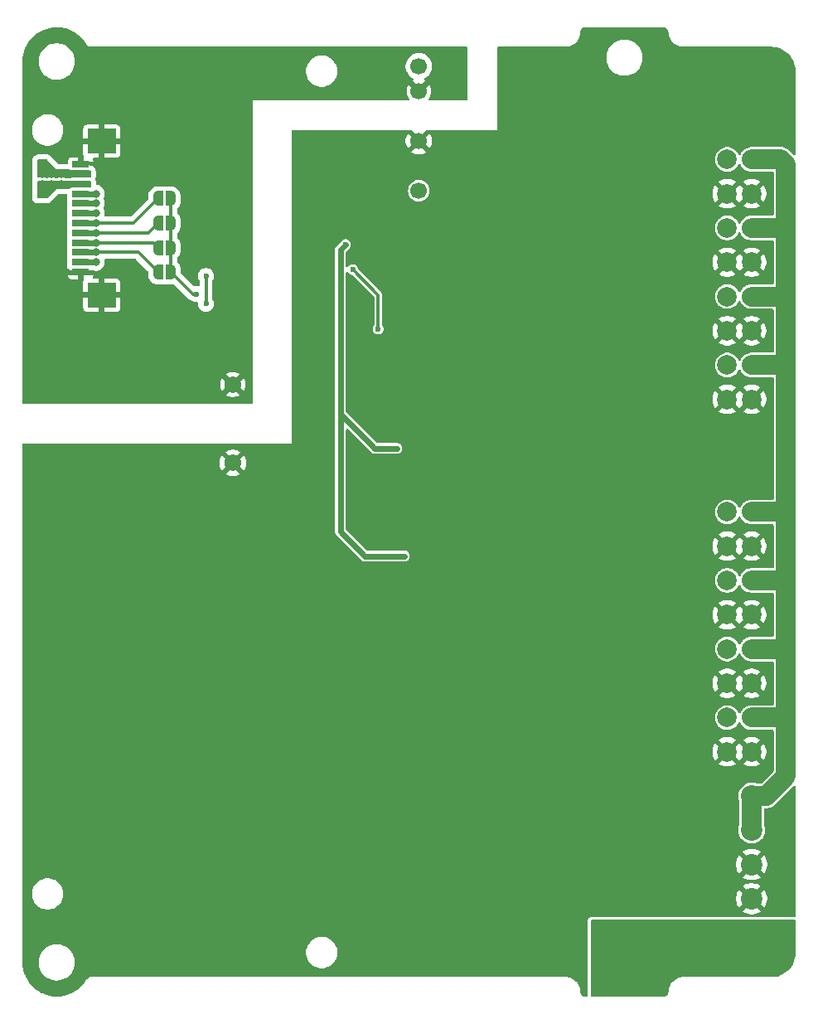
<source format=gbr>
%TF.GenerationSoftware,KiCad,Pcbnew,9.0.2*%
%TF.CreationDate,2025-06-09T15:51:03+03:00*%
%TF.ProjectId,PMCNV-AI8IU,504d434e-562d-4414-9938-49552e6b6963,rev?*%
%TF.SameCoordinates,Original*%
%TF.FileFunction,Copper,L2,Bot*%
%TF.FilePolarity,Positive*%
%FSLAX46Y46*%
G04 Gerber Fmt 4.6, Leading zero omitted, Abs format (unit mm)*
G04 Created by KiCad (PCBNEW 9.0.2) date 2025-06-09 15:51:03*
%MOMM*%
%LPD*%
G01*
G04 APERTURE LIST*
G04 Aperture macros list*
%AMFreePoly0*
4,1,23,0.500000,-0.750000,0.000000,-0.750000,0.000000,-0.745722,-0.065263,-0.745722,-0.191342,-0.711940,-0.304381,-0.646677,-0.396677,-0.554381,-0.461940,-0.441342,-0.495722,-0.315263,-0.495722,-0.250000,-0.500000,-0.250000,-0.500000,0.250000,-0.495722,0.250000,-0.495722,0.315263,-0.461940,0.441342,-0.396677,0.554381,-0.304381,0.646677,-0.191342,0.711940,-0.065263,0.745722,0.000000,0.745722,
0.000000,0.750000,0.500000,0.750000,0.500000,-0.750000,0.500000,-0.750000,$1*%
%AMFreePoly1*
4,1,23,0.000000,0.745722,0.065263,0.745722,0.191342,0.711940,0.304381,0.646677,0.396677,0.554381,0.461940,0.441342,0.495722,0.315263,0.495722,0.250000,0.500000,0.250000,0.500000,-0.250000,0.495722,-0.250000,0.495722,-0.315263,0.461940,-0.441342,0.396677,-0.554381,0.304381,-0.646677,0.191342,-0.711940,0.065263,-0.745722,0.000000,-0.745722,0.000000,-0.750000,-0.500000,-0.750000,
-0.500000,0.750000,0.000000,0.750000,0.000000,0.745722,0.000000,0.745722,$1*%
G04 Aperture macros list end*
%TA.AperFunction,ComponentPad*%
%ADD10C,2.000000*%
%TD*%
%TA.AperFunction,ComponentPad*%
%ADD11C,1.700000*%
%TD*%
%TA.AperFunction,ComponentPad*%
%ADD12O,6.350000X6.350000*%
%TD*%
%TA.AperFunction,ComponentPad*%
%ADD13C,2.200000*%
%TD*%
%TA.AperFunction,ComponentPad*%
%ADD14C,1.725000*%
%TD*%
%TA.AperFunction,SMDPad,CuDef*%
%ADD15FreePoly0,0.000000*%
%TD*%
%TA.AperFunction,SMDPad,CuDef*%
%ADD16FreePoly1,0.000000*%
%TD*%
%TA.AperFunction,SMDPad,CuDef*%
%ADD17R,1.803400X0.635000*%
%TD*%
%TA.AperFunction,SMDPad,CuDef*%
%ADD18R,2.997200X2.590800*%
%TD*%
%TA.AperFunction,ViaPad*%
%ADD19C,0.800000*%
%TD*%
%TA.AperFunction,ViaPad*%
%ADD20C,0.600000*%
%TD*%
%TA.AperFunction,Conductor*%
%ADD21C,2.000000*%
%TD*%
%TA.AperFunction,Conductor*%
%ADD22C,0.600000*%
%TD*%
%TA.AperFunction,Conductor*%
%ADD23C,0.300000*%
%TD*%
G04 APERTURE END LIST*
D10*
%TO.P,J5,1,Pin_1*%
%TO.N,GND_CNV*%
X32500000Y-24500000D03*
%TO.P,J5,2,Pin_3*%
%TO.N,/7.SIG+*%
X32500000Y-21000000D03*
%TO.P,J5,3,3*%
%TO.N,GND_CNV*%
X32500000Y-17500000D03*
%TO.P,J5,4,4*%
%TO.N,/6.SIG+*%
X32500000Y-14000000D03*
%TO.P,J5,5,Pin_9*%
%TO.N,GND_CNV*%
X32500000Y-10500000D03*
%TO.P,J5,6,Pin_9*%
%TO.N,/5.SIG+*%
X32500000Y-7000000D03*
%TO.P,J5,7,Pin_9*%
%TO.N,GND_CNV*%
X32500000Y-3500000D03*
%TO.P,J5,8,Pin_9*%
%TO.N,/4.SIG+*%
X32500000Y0D03*
%TO.P,J5,9,Pin_2*%
%TO.N,GND_CNV*%
X35000000Y-24500000D03*
%TO.P,J5,10,Pin_4*%
%TO.N,+24V_F*%
X35000000Y-21000000D03*
%TO.P,J5,11,Pin_6*%
%TO.N,GND_CNV*%
X35000000Y-17500000D03*
%TO.P,J5,12,Pin_8*%
%TO.N,+24V_F*%
X35000000Y-14000000D03*
%TO.P,J5,13,Pin_10*%
%TO.N,GND_CNV*%
X35000000Y-10500000D03*
%TO.P,J5,14,Pin_10*%
%TO.N,+24V_F*%
X35000000Y-7000000D03*
%TO.P,J5,15,Pin_10*%
%TO.N,GND_CNV*%
X35000000Y-3500000D03*
%TO.P,J5,16,Pin_10*%
%TO.N,+24V_F*%
X35000000Y0D03*
%TD*%
%TO.P,J4,1,Pin_1*%
%TO.N,GND_CNV*%
X32500000Y11500000D03*
%TO.P,J4,2,Pin_3*%
%TO.N,/3.SIG+*%
X32500000Y15000000D03*
%TO.P,J4,3,3*%
%TO.N,GND_CNV*%
X32500000Y18500000D03*
%TO.P,J4,4,4*%
%TO.N,/2.SIG+*%
X32500000Y22000000D03*
%TO.P,J4,5,Pin_9*%
%TO.N,GND_CNV*%
X32500000Y25500000D03*
%TO.P,J4,6,Pin_9*%
%TO.N,/1.SIG+*%
X32500000Y29000000D03*
%TO.P,J4,7,Pin_9*%
%TO.N,GND_CNV*%
X32500000Y32500000D03*
%TO.P,J4,8,Pin_9*%
%TO.N,/0.SIG+*%
X32500000Y36000000D03*
%TO.P,J4,9,Pin_2*%
%TO.N,GND_CNV*%
X35000000Y11500000D03*
%TO.P,J4,10,Pin_4*%
%TO.N,+24V_F*%
X35000000Y15000000D03*
%TO.P,J4,11,Pin_6*%
%TO.N,GND_CNV*%
X35000000Y18500000D03*
%TO.P,J4,12,Pin_8*%
%TO.N,+24V_F*%
X35000000Y22000000D03*
%TO.P,J4,13,Pin_10*%
%TO.N,GND_CNV*%
X35000000Y25500000D03*
%TO.P,J4,14,Pin_10*%
%TO.N,+24V_F*%
X35000000Y29000000D03*
%TO.P,J4,15,Pin_10*%
%TO.N,GND_CNV*%
X35000000Y32500000D03*
%TO.P,J4,16,Pin_10*%
%TO.N,+24V_F*%
X35000000Y36000000D03*
%TD*%
D11*
%TO.P,PS1,1,Vin*%
%TO.N,+5V_MCU*%
X1000000Y45500000D03*
%TO.P,PS1,2,GND*%
%TO.N,GND_MCU*%
X1000000Y42960000D03*
%TO.P,PS1,4,0V*%
%TO.N,GND_CNV*%
X1000000Y37880000D03*
%TO.P,PS1,6,+V*%
%TO.N,+5V_CNV*%
X1000000Y32800000D03*
%TD*%
D12*
%TO.P,D9,1,1*%
%TO.N,PE*%
X22000000Y-46000000D03*
%TD*%
D13*
%TO.P,J6,1,Pin_1*%
%TO.N,PE*%
X35000000Y-43000000D03*
%TO.P,J6,2,Pin_2*%
%TO.N,GND_CNV*%
X35000000Y-39500000D03*
%TO.P,J6,3,Pin_3*%
X35000000Y-36000000D03*
%TO.P,J6,4,Pin_4*%
%TO.N,+24V_F*%
X35000000Y-32500000D03*
%TO.P,J6,5,Pin_5*%
X35000000Y-29000000D03*
%TD*%
D14*
%TO.P,U2,1*%
%TO.N,GND_MCU*%
X-18000000Y13000000D03*
%TD*%
%TO.P,U5,1*%
%TO.N,GND_CNV*%
X-18000000Y5000000D03*
%TD*%
D15*
%TO.P,JP4,1,A*%
%TO.N,/CS3_M*%
X-25650000Y24500000D03*
D16*
%TO.P,JP4,2,B*%
%TO.N,/CS_M*%
X-24350000Y24500000D03*
%TD*%
D17*
%TO.P,J2,1,Pin_1*%
%TO.N,GND_MCU*%
X-33556000Y35499992D03*
%TO.P,J2,2,Pin_2*%
%TO.N,+5V_MCU*%
X-33556000Y34499994D03*
%TO.P,J2,3,Pin_3*%
%TO.N,+3.3V_MCU*%
X-33556000Y33499996D03*
%TO.P,J2,4,Pin_4*%
%TO.N,/MOSI_M*%
X-33556000Y32499998D03*
%TO.P,J2,5,Pin_5*%
%TO.N,/MISO_M*%
X-33556000Y31500000D03*
%TO.P,J2,6,Pin_6*%
%TO.N,/SCK_M*%
X-33556000Y30500000D03*
%TO.P,J2,7,Pin_7*%
%TO.N,/CS0_M*%
X-33556000Y29500000D03*
%TO.P,J2,8,Pin_8*%
%TO.N,/CS1_M*%
X-33556000Y28500000D03*
%TO.P,J2,9,Pin_9*%
%TO.N,/CS2_M*%
X-33556000Y27500002D03*
%TO.P,J2,10,Pin_10*%
%TO.N,/CS3_M*%
X-33556000Y26500004D03*
%TO.P,J2,11,Pin_11*%
%TO.N,Net-(J1-Pin_2)*%
X-33556000Y25500006D03*
%TO.P,J2,12,Pin_11*%
%TO.N,GND_MCU*%
X-33556000Y24500008D03*
D18*
%TO.P,J2,13,Pin_11*%
X-31385999Y37850003D03*
X-31385999Y22149997D03*
%TD*%
D15*
%TO.P,JP2,1,A*%
%TO.N,/CS1_M*%
X-25650000Y29500000D03*
D16*
%TO.P,JP2,2,B*%
%TO.N,/CS_M*%
X-24350000Y29500000D03*
%TD*%
D15*
%TO.P,JP1,1,A*%
%TO.N,/CS0_M*%
X-25650000Y32000000D03*
D16*
%TO.P,JP1,2,B*%
%TO.N,/CS_M*%
X-24350000Y32000000D03*
%TD*%
D15*
%TO.P,JP3,1,A*%
%TO.N,/CS2_M*%
X-25650000Y27000000D03*
D16*
%TO.P,JP3,2,B*%
%TO.N,/CS_M*%
X-24350000Y27000000D03*
%TD*%
D19*
%TO.N,+5V_MCU*%
X-35500000Y34500000D03*
X-36500000Y34500000D03*
X-37500000Y35500000D03*
X-37500000Y34500000D03*
%TO.N,+3.3V_MCU*%
X-37500000Y32500000D03*
X-36500000Y33499996D03*
X-35500000Y33499996D03*
X-37500000Y33500000D03*
D20*
%TO.N,+5V_CNV*%
X-1250000Y6500000D03*
X-3500000Y6500000D03*
X-6500000Y27305000D03*
X-500000Y-4500000D03*
X-4000000Y-4500000D03*
X-7000000Y19685000D03*
%TO.N,/MOSI_F*%
X-3150000Y18692629D03*
X-5750000Y24750000D03*
%TO.N,/CS_M*%
X-21750000Y22250000D03*
%TO.N,/MISO_M*%
X-20750000Y24095000D03*
D19*
X-32000000Y31500000D03*
D20*
X-20750000Y21250000D03*
D19*
%TO.N,/SCK_M*%
X-32000000Y30500000D03*
%TO.N,/MOSI_M*%
X-32000000Y32500000D03*
%TO.N,/CS2_M*%
X-32000000Y27500000D03*
%TO.N,/CS0_M*%
X-32000000Y29500000D03*
%TO.N,/CS3_M*%
X-32000000Y26500000D03*
%TO.N,/CS1_M*%
X-32000000Y28500000D03*
D20*
%TO.N,GND_MCU*%
X-31000000Y40000000D03*
X-31000000Y20000000D03*
X-33000000Y20000000D03*
X-32000000Y20000000D03*
X-33000000Y40000000D03*
X-30000000Y40000000D03*
X-30000000Y20000000D03*
X-32000000Y40000000D03*
D19*
%TO.N,Net-(J1-Pin_2)*%
X-32000000Y25500000D03*
%TD*%
D21*
%TO.N,+24V_F*%
X35000000Y22000000D02*
X38500000Y22000000D01*
X38500000Y-21000000D02*
X38500000Y-14000000D01*
X36500000Y-29000000D02*
X38500000Y-27000000D01*
X35000000Y0D02*
X38500000Y0D01*
X38500000Y-7000000D02*
X35000000Y-7000000D01*
X38500000Y22000000D02*
X38500000Y29000000D01*
X35000000Y-29000000D02*
X36500000Y-29000000D01*
X38500000Y-7000000D02*
X38500000Y0D01*
X38500000Y29000000D02*
X38500000Y35500000D01*
X38000000Y36000000D02*
X35000000Y36000000D01*
X38500000Y15000000D02*
X38500000Y22000000D01*
X38500000Y0D02*
X38500000Y15000000D01*
X35000000Y-32500000D02*
X35000000Y-29000000D01*
X35000000Y-21000000D02*
X38500000Y-21000000D01*
X35000000Y29000000D02*
X38500000Y29000000D01*
X38500000Y35500000D02*
X38000000Y36000000D01*
X35000000Y-14000000D02*
X38500000Y-14000000D01*
X38500000Y-14000000D02*
X38500000Y-7000000D01*
X35000000Y15000000D02*
X38500000Y15000000D01*
X38500000Y-27000000D02*
X38500000Y-21000000D01*
D22*
%TO.N,+5V_MCU*%
X-37000000Y34500000D02*
X-33556009Y34500000D01*
X-33556009Y34500000D02*
X-33556000Y34499991D01*
%TO.N,+3.3V_MCU*%
X-33556000Y33499993D02*
X-36999993Y33499993D01*
X-36999993Y33499993D02*
X-37000000Y33500000D01*
%TO.N,+5V_CNV*%
X-3500000Y6500000D02*
X-1250000Y6500000D01*
X-7000000Y19685000D02*
X-7000000Y26805000D01*
X-4000000Y-4500000D02*
X-500000Y-4500000D01*
X-4000000Y-4500000D02*
X-4500000Y-4500000D01*
X-7000000Y10000000D02*
X-3500000Y6500000D01*
X-7000000Y19685000D02*
X-7000000Y10500000D01*
X-7000000Y10500000D02*
X-7000000Y10000000D01*
X-7000000Y26805000D02*
X-6500000Y27305000D01*
X-7000000Y-2000000D02*
X-7000000Y10500000D01*
X-4500000Y-4500000D02*
X-7000000Y-2000000D01*
D23*
%TO.N,/MOSI_F*%
X-3150000Y22150000D02*
X-5750000Y24750000D01*
X-3150000Y18692629D02*
X-3150000Y22150000D01*
%TO.N,/CS_M*%
X-24350000Y32000000D02*
X-24350000Y29500000D01*
X-24350000Y27000000D02*
X-24350000Y24500000D01*
X-24350000Y29500000D02*
X-24350000Y27000000D01*
X-22100000Y22250000D02*
X-24350000Y24500000D01*
X-21750000Y22250000D02*
X-22100000Y22250000D01*
D22*
%TO.N,/MISO_M*%
X-33556000Y31500000D02*
X-32000000Y31500000D01*
D23*
X-20750000Y24095000D02*
X-20750000Y21250000D01*
D22*
%TO.N,/SCK_M*%
X-33556001Y30500000D02*
X-33556000Y30499999D01*
X-33556000Y30500000D02*
X-32000000Y30500000D01*
%TO.N,/MOSI_M*%
X-32000002Y32499998D02*
X-32000000Y32500000D01*
X-33556000Y32499998D02*
X-32000002Y32499998D01*
X-33556005Y32500000D02*
X-33556000Y32499995D01*
%TO.N,/CS2_M*%
X-32000002Y27500002D02*
X-32000000Y27500000D01*
D23*
X-26150000Y27500000D02*
X-25650000Y27000000D01*
X-32000000Y27500000D02*
X-26150000Y27500000D01*
X-25650000Y27000000D02*
X-26150005Y27500005D01*
D22*
X-33556000Y27500002D02*
X-32000002Y27500002D01*
D23*
%TO.N,/CS0_M*%
X-31999999Y29500001D02*
X-32000000Y29500000D01*
X-25650000Y32000000D02*
X-28149999Y29500001D01*
D22*
X-33556000Y29500000D02*
X-32000000Y29500000D01*
D23*
X-28149999Y29500001D02*
X-31999999Y29500001D01*
%TO.N,/CS3_M*%
X-27650014Y26500000D02*
X-27650007Y26500007D01*
X-25650000Y24500000D02*
X-27650007Y26500007D01*
D22*
X-32000004Y26500004D02*
X-32000000Y26500000D01*
D23*
X-32000000Y26500000D02*
X-27650014Y26500000D01*
D22*
X-33556007Y26500000D02*
X-33556000Y26500007D01*
X-33556000Y26500004D02*
X-32000004Y26500004D01*
D23*
%TO.N,/CS1_M*%
X-32000000Y28500000D02*
X-26650000Y28500000D01*
X-26650000Y28500000D02*
X-25650000Y29500000D01*
D22*
X-33556003Y28500000D02*
X-33556000Y28500003D01*
X-33556000Y28500000D02*
X-32000000Y28500000D01*
%TO.N,Net-(J1-Pin_2)*%
X-32000006Y25500006D02*
X-32000000Y25500000D01*
X-33556000Y25500006D02*
X-32000006Y25500006D01*
%TD*%
%TA.AperFunction,Conductor*%
%TO.N,PE*%
G36*
X39442539Y-41675685D02*
G01*
X39488294Y-41728489D01*
X39499500Y-41780000D01*
X39499500Y-44996249D01*
X39499274Y-45003736D01*
X39481728Y-45293794D01*
X39479923Y-45308659D01*
X39428219Y-45590798D01*
X39424635Y-45605336D01*
X39339306Y-45879167D01*
X39333997Y-45893168D01*
X39216275Y-46154736D01*
X39209316Y-46167995D01*
X39060928Y-46413459D01*
X39052422Y-46425782D01*
X38875526Y-46651573D01*
X38865596Y-46662781D01*
X38662781Y-46865596D01*
X38651573Y-46875526D01*
X38425782Y-47052422D01*
X38413459Y-47060928D01*
X38167995Y-47209316D01*
X38154736Y-47216275D01*
X37893168Y-47333997D01*
X37879167Y-47339306D01*
X37605336Y-47424635D01*
X37590798Y-47428219D01*
X37308659Y-47479923D01*
X37293794Y-47481728D01*
X37003736Y-47499274D01*
X36996249Y-47499500D01*
X27892682Y-47499500D01*
X27680235Y-47530044D01*
X27680225Y-47530047D01*
X27474284Y-47590517D01*
X27279061Y-47679672D01*
X27279048Y-47679679D01*
X27098485Y-47795720D01*
X26936275Y-47936275D01*
X26795720Y-48098485D01*
X26679679Y-48279048D01*
X26679672Y-48279061D01*
X26590517Y-48474284D01*
X26530047Y-48680225D01*
X26530044Y-48680235D01*
X26499500Y-48892682D01*
X26499500Y-48993038D01*
X26498720Y-49006923D01*
X26488540Y-49097264D01*
X26482362Y-49124333D01*
X26454648Y-49203537D01*
X26442600Y-49228555D01*
X26397957Y-49299604D01*
X26380644Y-49321313D01*
X26321313Y-49380644D01*
X26299604Y-49397957D01*
X26228555Y-49442600D01*
X26203537Y-49454648D01*
X26124333Y-49482362D01*
X26097264Y-49488540D01*
X26017075Y-49497576D01*
X26006921Y-49498720D01*
X25993038Y-49499500D01*
X18666000Y-49499500D01*
X18598961Y-49479815D01*
X18553206Y-49427011D01*
X18542000Y-49375500D01*
X18542000Y-41780000D01*
X18561685Y-41712961D01*
X18614489Y-41667206D01*
X18666000Y-41656000D01*
X39375500Y-41656000D01*
X39442539Y-41675685D01*
G37*
%TD.AperFunction*%
%TD*%
%TA.AperFunction,Conductor*%
%TO.N,+3.3V_MCU*%
G36*
X-37727129Y33825276D02*
G01*
X-37710846Y33824888D01*
X-37710304Y33827608D01*
X-37568998Y33799501D01*
X-37568995Y33799500D01*
X-37568993Y33799500D01*
X-37431005Y33799500D01*
X-37329838Y33819624D01*
X-37298408Y33825876D01*
X-37285311Y33825393D01*
X-37276122Y33828244D01*
X-37250410Y33824103D01*
X-37241114Y33823759D01*
X-37237258Y33822691D01*
X-37198049Y33809052D01*
X-37160163Y33803140D01*
X-37131420Y33798655D01*
X-37131420Y33798654D01*
X-37129017Y33798279D01*
X-37129015Y33798279D01*
X-37124645Y33797597D01*
X-37124637Y33797596D01*
X-37113672Y33795885D01*
X-37110648Y33794460D01*
X-37108232Y33794273D01*
X-37106813Y33794782D01*
X-37099454Y33795001D01*
X-37079061Y33795001D01*
X-36913036Y33795001D01*
X-36912792Y33794993D01*
X-36899775Y33794993D01*
X-36897017Y33795005D01*
X-36894802Y33795025D01*
X-36894473Y33795077D01*
X-36889259Y33795096D01*
X-36885263Y33793939D01*
X-36852323Y33798676D01*
X-36852322Y33798674D01*
X-36821364Y33803125D01*
X-36803664Y33806204D01*
X-36772127Y33819037D01*
X-36702614Y33826071D01*
X-36701201Y33825798D01*
X-36568996Y33799500D01*
X-36568993Y33799500D01*
X-36431005Y33799500D01*
X-36299049Y33825748D01*
X-36285104Y33825127D01*
X-36274878Y33828131D01*
X-36240056Y33823120D01*
X-36239943Y33823114D01*
X-36204767Y33812792D01*
X-36203823Y33812515D01*
X-36203819Y33812513D01*
X-36203811Y33812512D01*
X-36186299Y33807369D01*
X-36100225Y33794993D01*
X-36100222Y33794993D01*
X-35901744Y33794993D01*
X-35899775Y33794993D01*
X-35897017Y33795005D01*
X-35894802Y33795025D01*
X-35852751Y33801653D01*
X-35852322Y33798674D01*
X-35821364Y33803125D01*
X-35803664Y33806204D01*
X-35761371Y33823413D01*
X-35749998Y33825715D01*
X-35726290Y33823675D01*
X-35702614Y33826071D01*
X-35701201Y33825798D01*
X-35568996Y33799500D01*
X-35568993Y33799500D01*
X-35431005Y33799500D01*
X-35299049Y33825748D01*
X-35285104Y33825127D01*
X-35274878Y33828131D01*
X-35240056Y33823120D01*
X-35239943Y33823114D01*
X-35204767Y33812792D01*
X-35203823Y33812515D01*
X-35203819Y33812513D01*
X-35203811Y33812512D01*
X-35186299Y33807369D01*
X-35100225Y33794993D01*
X-35100222Y33794993D01*
X-34586891Y33794993D01*
X-34586887Y33794993D01*
X-34523833Y33801571D01*
X-34484698Y33809826D01*
X-34459105Y33812496D01*
X-32624000Y33812496D01*
X-32556961Y33792811D01*
X-32511206Y33740007D01*
X-32500000Y33688496D01*
X-32500000Y33241998D01*
X-32519685Y33174959D01*
X-32572489Y33129204D01*
X-32624000Y33117998D01*
X-34502557Y33117998D01*
X-34502583Y33117996D01*
X-34527688Y33115085D01*
X-34527692Y33115083D01*
X-34630465Y33069705D01*
X-34630466Y33069704D01*
X-34663850Y33036319D01*
X-34725173Y33002834D01*
X-34751531Y33000000D01*
X-36000001Y33000000D01*
X-36963681Y32036319D01*
X-37025004Y32002834D01*
X-37051362Y32000000D01*
X-37876000Y32000000D01*
X-37943039Y32019685D01*
X-37988794Y32072489D01*
X-38000000Y32124000D01*
X-38000000Y33687363D01*
X-37980315Y33754402D01*
X-37927511Y33800157D01*
X-37892240Y33810295D01*
X-37879345Y33811999D01*
X-37865361Y33810910D01*
X-37795891Y33818379D01*
X-37758172Y33828007D01*
X-37750885Y33828969D01*
X-37727129Y33825276D01*
G37*
%TD.AperFunction*%
%TD*%
%TA.AperFunction,Conductor*%
%TO.N,GND_CNV*%
G36*
X26006922Y49498720D02*
G01*
X26097266Y49488541D01*
X26124331Y49482364D01*
X26203540Y49454648D01*
X26228553Y49442602D01*
X26299606Y49397957D01*
X26321313Y49380645D01*
X26380644Y49321314D01*
X26397957Y49299605D01*
X26442600Y49228556D01*
X26454648Y49203538D01*
X26482362Y49124334D01*
X26488540Y49097265D01*
X26498720Y49006924D01*
X26499500Y48993039D01*
X26499500Y48892683D01*
X26530044Y48680236D01*
X26530047Y48680226D01*
X26590517Y48474285D01*
X26679672Y48279062D01*
X26679679Y48279049D01*
X26795720Y48098486D01*
X26936275Y47936276D01*
X27060277Y47828828D01*
X27098487Y47795719D01*
X27175239Y47746394D01*
X27279048Y47679680D01*
X27279061Y47679673D01*
X27474284Y47590518D01*
X27474288Y47590517D01*
X27474290Y47590516D01*
X27680231Y47530046D01*
X27680232Y47530046D01*
X27680235Y47530045D01*
X27743584Y47520938D01*
X27892682Y47499500D01*
X27934108Y47499500D01*
X36934108Y47499500D01*
X36996249Y47499500D01*
X37003736Y47499274D01*
X37293796Y47481729D01*
X37308659Y47479924D01*
X37590798Y47428220D01*
X37605335Y47424637D01*
X37879172Y47339305D01*
X37893163Y47334000D01*
X38154743Y47216273D01*
X38167989Y47209320D01*
X38413465Y47060925D01*
X38425776Y47052427D01*
X38510437Y46986100D01*
X38651573Y46875527D01*
X38662781Y46865597D01*
X38865596Y46662782D01*
X38875526Y46651574D01*
X39007406Y46483241D01*
X39052422Y46425783D01*
X39060926Y46413463D01*
X39092164Y46361789D01*
X39209316Y46167996D01*
X39216275Y46154737D01*
X39333997Y45893169D01*
X39339306Y45879168D01*
X39424635Y45605337D01*
X39428219Y45590799D01*
X39479923Y45308660D01*
X39481728Y45293795D01*
X39499274Y45003737D01*
X39499500Y44996250D01*
X39499500Y36568337D01*
X39479815Y36501298D01*
X39427011Y36455543D01*
X39357853Y36445599D01*
X39294297Y36474624D01*
X39287819Y36480656D01*
X38814648Y36953826D01*
X38814646Y36953828D01*
X38655405Y37069524D01*
X38480030Y37158883D01*
X38292826Y37219710D01*
X38098422Y37250500D01*
X38098417Y37250500D01*
X34901583Y37250500D01*
X34901578Y37250500D01*
X34707173Y37219710D01*
X34519970Y37158883D01*
X34344594Y37069524D01*
X34253741Y37003515D01*
X34185354Y36953828D01*
X34185352Y36953826D01*
X34185351Y36953826D01*
X34046174Y36814649D01*
X34046174Y36814648D01*
X34046172Y36814646D01*
X34009906Y36764730D01*
X33930476Y36655406D01*
X33860485Y36518040D01*
X33812510Y36467244D01*
X33744689Y36450449D01*
X33678554Y36472986D01*
X33639515Y36518040D01*
X33569523Y36655406D01*
X33453828Y36814646D01*
X33314646Y36953828D01*
X33155405Y37069524D01*
X32980029Y37158883D01*
X32792826Y37219710D01*
X32598422Y37250500D01*
X32598417Y37250500D01*
X32401583Y37250500D01*
X32401578Y37250500D01*
X32207173Y37219710D01*
X32019970Y37158883D01*
X31844594Y37069524D01*
X31753741Y37003515D01*
X31685354Y36953828D01*
X31685352Y36953826D01*
X31685351Y36953826D01*
X31546174Y36814649D01*
X31546174Y36814648D01*
X31546172Y36814646D01*
X31509906Y36764730D01*
X31430476Y36655406D01*
X31341117Y36480030D01*
X31280290Y36292827D01*
X31249500Y36098423D01*
X31249500Y35901578D01*
X31280290Y35707174D01*
X31341117Y35519971D01*
X31430476Y35344595D01*
X31546172Y35185354D01*
X31685354Y35046172D01*
X31844595Y34930476D01*
X31879573Y34912654D01*
X32019970Y34841118D01*
X32019972Y34841118D01*
X32019975Y34841116D01*
X32120317Y34808513D01*
X32207173Y34780291D01*
X32401578Y34749500D01*
X32401583Y34749500D01*
X32598422Y34749500D01*
X32792826Y34780291D01*
X32980025Y34841116D01*
X33155405Y34930476D01*
X33314646Y35046172D01*
X33453828Y35185354D01*
X33569524Y35344595D01*
X33639515Y35481962D01*
X33687489Y35532757D01*
X33755310Y35549552D01*
X33821445Y35527015D01*
X33860484Y35481962D01*
X33930476Y35344595D01*
X34046172Y35185354D01*
X34185354Y35046172D01*
X34344595Y34930476D01*
X34379573Y34912654D01*
X34519970Y34841118D01*
X34519972Y34841118D01*
X34519975Y34841116D01*
X34620317Y34808513D01*
X34707173Y34780291D01*
X34901578Y34749500D01*
X34901583Y34749500D01*
X37125500Y34749500D01*
X37192539Y34729815D01*
X37238294Y34677011D01*
X37249500Y34625500D01*
X37249500Y30374500D01*
X37229815Y30307461D01*
X37177011Y30261706D01*
X37125500Y30250500D01*
X34901578Y30250500D01*
X34707173Y30219710D01*
X34519970Y30158883D01*
X34344594Y30069524D01*
X34261461Y30009123D01*
X34185354Y29953828D01*
X34185352Y29953826D01*
X34185351Y29953826D01*
X34046174Y29814649D01*
X34046174Y29814648D01*
X34046172Y29814646D01*
X33996485Y29746259D01*
X33930476Y29655406D01*
X33860485Y29518040D01*
X33812510Y29467244D01*
X33744689Y29450449D01*
X33678554Y29472986D01*
X33639515Y29518040D01*
X33569523Y29655406D01*
X33453828Y29814646D01*
X33314646Y29953828D01*
X33155405Y30069524D01*
X33153013Y30070743D01*
X32980029Y30158883D01*
X32792826Y30219710D01*
X32598422Y30250500D01*
X32598417Y30250500D01*
X32401583Y30250500D01*
X32401578Y30250500D01*
X32207173Y30219710D01*
X32019970Y30158883D01*
X31844594Y30069524D01*
X31761461Y30009123D01*
X31685354Y29953828D01*
X31685352Y29953826D01*
X31685351Y29953826D01*
X31546174Y29814649D01*
X31546174Y29814648D01*
X31546172Y29814646D01*
X31496485Y29746259D01*
X31430476Y29655406D01*
X31341117Y29480030D01*
X31280290Y29292827D01*
X31249500Y29098423D01*
X31249500Y28901578D01*
X31280290Y28707174D01*
X31341117Y28519971D01*
X31430476Y28344595D01*
X31546172Y28185354D01*
X31685354Y28046172D01*
X31844595Y27930476D01*
X31903417Y27900505D01*
X32019970Y27841118D01*
X32019972Y27841118D01*
X32019975Y27841116D01*
X32091168Y27817984D01*
X32207173Y27780291D01*
X32401578Y27749500D01*
X32401583Y27749500D01*
X32598422Y27749500D01*
X32792826Y27780291D01*
X32980025Y27841116D01*
X33155405Y27930476D01*
X33314646Y28046172D01*
X33453828Y28185354D01*
X33569524Y28344595D01*
X33639515Y28481962D01*
X33687489Y28532757D01*
X33755310Y28549552D01*
X33821445Y28527015D01*
X33860484Y28481962D01*
X33930476Y28344595D01*
X34046172Y28185354D01*
X34185354Y28046172D01*
X34344595Y27930476D01*
X34403417Y27900505D01*
X34519970Y27841118D01*
X34519972Y27841118D01*
X34519975Y27841116D01*
X34591168Y27817984D01*
X34707173Y27780291D01*
X34901578Y27749500D01*
X34901583Y27749500D01*
X37125500Y27749500D01*
X37192539Y27729815D01*
X37238294Y27677011D01*
X37249500Y27625500D01*
X37249500Y23374500D01*
X37229815Y23307461D01*
X37177011Y23261706D01*
X37125500Y23250500D01*
X34901578Y23250500D01*
X34707173Y23219710D01*
X34519970Y23158883D01*
X34344594Y23069524D01*
X34253741Y23003515D01*
X34185354Y22953828D01*
X34185352Y22953826D01*
X34185351Y22953826D01*
X34046174Y22814649D01*
X34046174Y22814648D01*
X34046172Y22814646D01*
X34008637Y22762984D01*
X33930476Y22655406D01*
X33860485Y22518040D01*
X33812510Y22467244D01*
X33744689Y22450449D01*
X33678554Y22472986D01*
X33639515Y22518040D01*
X33569523Y22655406D01*
X33544019Y22690509D01*
X33453828Y22814646D01*
X33314646Y22953828D01*
X33155405Y23069524D01*
X32980029Y23158883D01*
X32792826Y23219710D01*
X32598422Y23250500D01*
X32598417Y23250500D01*
X32401583Y23250500D01*
X32401578Y23250500D01*
X32207173Y23219710D01*
X32019970Y23158883D01*
X31844594Y23069524D01*
X31753741Y23003515D01*
X31685354Y22953828D01*
X31685352Y22953826D01*
X31685351Y22953826D01*
X31546174Y22814649D01*
X31546174Y22814648D01*
X31546172Y22814646D01*
X31508637Y22762984D01*
X31430476Y22655406D01*
X31341117Y22480030D01*
X31280290Y22292827D01*
X31249500Y22098423D01*
X31249500Y21901578D01*
X31280290Y21707174D01*
X31341117Y21519971D01*
X31370408Y21462485D01*
X31430476Y21344595D01*
X31546172Y21185354D01*
X31685354Y21046172D01*
X31844595Y20930476D01*
X31880886Y20911985D01*
X32019970Y20841118D01*
X32019972Y20841118D01*
X32019975Y20841116D01*
X32117306Y20809491D01*
X32207173Y20780291D01*
X32401578Y20749500D01*
X32401583Y20749500D01*
X32598422Y20749500D01*
X32792826Y20780291D01*
X32980025Y20841116D01*
X33155405Y20930476D01*
X33314646Y21046172D01*
X33453828Y21185354D01*
X33569524Y21344595D01*
X33639515Y21481962D01*
X33687489Y21532757D01*
X33755310Y21549552D01*
X33821445Y21527015D01*
X33860484Y21481962D01*
X33930476Y21344595D01*
X34046172Y21185354D01*
X34185354Y21046172D01*
X34344595Y20930476D01*
X34380886Y20911985D01*
X34519970Y20841118D01*
X34519972Y20841118D01*
X34519975Y20841116D01*
X34617306Y20809491D01*
X34707173Y20780291D01*
X34901578Y20749500D01*
X34901583Y20749500D01*
X37125500Y20749500D01*
X37192539Y20729815D01*
X37238294Y20677011D01*
X37249500Y20625500D01*
X37249500Y16374500D01*
X37229815Y16307461D01*
X37177011Y16261706D01*
X37125500Y16250500D01*
X34901578Y16250500D01*
X34707173Y16219710D01*
X34519970Y16158883D01*
X34344594Y16069524D01*
X34253741Y16003515D01*
X34185354Y15953828D01*
X34185352Y15953826D01*
X34185351Y15953826D01*
X34046174Y15814649D01*
X34046174Y15814648D01*
X34046172Y15814646D01*
X33996485Y15746259D01*
X33930476Y15655406D01*
X33860485Y15518040D01*
X33812510Y15467244D01*
X33744689Y15450449D01*
X33678554Y15472986D01*
X33639515Y15518040D01*
X33569523Y15655406D01*
X33453828Y15814646D01*
X33314646Y15953828D01*
X33155405Y16069524D01*
X32980029Y16158883D01*
X32792826Y16219710D01*
X32598422Y16250500D01*
X32598417Y16250500D01*
X32401583Y16250500D01*
X32401578Y16250500D01*
X32207173Y16219710D01*
X32019970Y16158883D01*
X31844594Y16069524D01*
X31753741Y16003515D01*
X31685354Y15953828D01*
X31685352Y15953826D01*
X31685351Y15953826D01*
X31546174Y15814649D01*
X31546174Y15814648D01*
X31546172Y15814646D01*
X31496485Y15746259D01*
X31430476Y15655406D01*
X31341117Y15480030D01*
X31280290Y15292827D01*
X31249500Y15098423D01*
X31249500Y14901578D01*
X31280290Y14707174D01*
X31341117Y14519971D01*
X31430476Y14344595D01*
X31546172Y14185354D01*
X31685354Y14046172D01*
X31844595Y13930476D01*
X31927455Y13888257D01*
X32019970Y13841118D01*
X32019972Y13841118D01*
X32019975Y13841116D01*
X32120317Y13808513D01*
X32207173Y13780291D01*
X32401578Y13749500D01*
X32401583Y13749500D01*
X32598422Y13749500D01*
X32792826Y13780291D01*
X32980025Y13841116D01*
X33155405Y13930476D01*
X33314646Y14046172D01*
X33453828Y14185354D01*
X33569524Y14344595D01*
X33639515Y14481962D01*
X33687489Y14532757D01*
X33755310Y14549552D01*
X33821445Y14527015D01*
X33860484Y14481962D01*
X33930476Y14344595D01*
X34046172Y14185354D01*
X34185354Y14046172D01*
X34344595Y13930476D01*
X34427455Y13888257D01*
X34519970Y13841118D01*
X34519972Y13841118D01*
X34519975Y13841116D01*
X34620317Y13808513D01*
X34707173Y13780291D01*
X34901578Y13749500D01*
X34901583Y13749500D01*
X37125500Y13749500D01*
X37192539Y13729815D01*
X37238294Y13677011D01*
X37249500Y13625500D01*
X37249500Y1374500D01*
X37229815Y1307461D01*
X37177011Y1261706D01*
X37125500Y1250500D01*
X34901578Y1250500D01*
X34707173Y1219710D01*
X34519970Y1158883D01*
X34344594Y1069524D01*
X34253741Y1003515D01*
X34185354Y953828D01*
X34185352Y953826D01*
X34185351Y953826D01*
X34046174Y814649D01*
X34046174Y814648D01*
X34046172Y814646D01*
X33996485Y746259D01*
X33930476Y655406D01*
X33860485Y518040D01*
X33812510Y467244D01*
X33744689Y450449D01*
X33678554Y472986D01*
X33639515Y518040D01*
X33569523Y655406D01*
X33453828Y814646D01*
X33314646Y953828D01*
X33155405Y1069524D01*
X32980029Y1158883D01*
X32792826Y1219710D01*
X32598422Y1250500D01*
X32598417Y1250500D01*
X32401583Y1250500D01*
X32401578Y1250500D01*
X32207173Y1219710D01*
X32019970Y1158883D01*
X31844594Y1069524D01*
X31753741Y1003515D01*
X31685354Y953828D01*
X31685352Y953826D01*
X31685351Y953826D01*
X31546174Y814649D01*
X31546174Y814648D01*
X31546172Y814646D01*
X31496485Y746259D01*
X31430476Y655406D01*
X31341117Y480030D01*
X31280290Y292827D01*
X31249500Y98423D01*
X31249500Y-98422D01*
X31280290Y-292826D01*
X31341117Y-480029D01*
X31430476Y-655405D01*
X31546172Y-814646D01*
X31685354Y-953828D01*
X31844595Y-1069524D01*
X31927455Y-1111743D01*
X32019970Y-1158882D01*
X32019972Y-1158882D01*
X32019975Y-1158884D01*
X32120317Y-1191487D01*
X32207173Y-1219709D01*
X32401578Y-1250500D01*
X32401583Y-1250500D01*
X32598422Y-1250500D01*
X32792826Y-1219709D01*
X32980025Y-1158884D01*
X33155405Y-1069524D01*
X33314646Y-953828D01*
X33453828Y-814646D01*
X33569524Y-655405D01*
X33639515Y-518038D01*
X33687489Y-467243D01*
X33755310Y-450448D01*
X33821445Y-472985D01*
X33860484Y-518038D01*
X33930476Y-655405D01*
X34046172Y-814646D01*
X34185354Y-953828D01*
X34344595Y-1069524D01*
X34427455Y-1111743D01*
X34519970Y-1158882D01*
X34519972Y-1158882D01*
X34519975Y-1158884D01*
X34620317Y-1191487D01*
X34707173Y-1219709D01*
X34901578Y-1250500D01*
X34901583Y-1250500D01*
X37125500Y-1250500D01*
X37192539Y-1270185D01*
X37238294Y-1322989D01*
X37249500Y-1374500D01*
X37249500Y-5625500D01*
X37229815Y-5692539D01*
X37177011Y-5738294D01*
X37125500Y-5749500D01*
X34901578Y-5749500D01*
X34707173Y-5780290D01*
X34519970Y-5841117D01*
X34344594Y-5930476D01*
X34253741Y-5996485D01*
X34185354Y-6046172D01*
X34185352Y-6046174D01*
X34185351Y-6046174D01*
X34046174Y-6185351D01*
X34046174Y-6185352D01*
X34046172Y-6185354D01*
X33996485Y-6253741D01*
X33930476Y-6344594D01*
X33860485Y-6481960D01*
X33812510Y-6532756D01*
X33744689Y-6549551D01*
X33678554Y-6527014D01*
X33639515Y-6481960D01*
X33569523Y-6344594D01*
X33453828Y-6185354D01*
X33314646Y-6046172D01*
X33155405Y-5930476D01*
X32980029Y-5841117D01*
X32792826Y-5780290D01*
X32598422Y-5749500D01*
X32598417Y-5749500D01*
X32401583Y-5749500D01*
X32401578Y-5749500D01*
X32207173Y-5780290D01*
X32019970Y-5841117D01*
X31844594Y-5930476D01*
X31753741Y-5996485D01*
X31685354Y-6046172D01*
X31685352Y-6046174D01*
X31685351Y-6046174D01*
X31546174Y-6185351D01*
X31546174Y-6185352D01*
X31546172Y-6185354D01*
X31496485Y-6253741D01*
X31430476Y-6344594D01*
X31341117Y-6519970D01*
X31280290Y-6707173D01*
X31249500Y-6901577D01*
X31249500Y-7098422D01*
X31280290Y-7292826D01*
X31341117Y-7480029D01*
X31430476Y-7655405D01*
X31546172Y-7814646D01*
X31685354Y-7953828D01*
X31844595Y-8069524D01*
X31927455Y-8111743D01*
X32019970Y-8158882D01*
X32019972Y-8158882D01*
X32019975Y-8158884D01*
X32120317Y-8191487D01*
X32207173Y-8219709D01*
X32401578Y-8250500D01*
X32401583Y-8250500D01*
X32598422Y-8250500D01*
X32792826Y-8219709D01*
X32980025Y-8158884D01*
X33155405Y-8069524D01*
X33314646Y-7953828D01*
X33453828Y-7814646D01*
X33569524Y-7655405D01*
X33639515Y-7518038D01*
X33687489Y-7467243D01*
X33755310Y-7450448D01*
X33821445Y-7472985D01*
X33860484Y-7518038D01*
X33930476Y-7655405D01*
X34046172Y-7814646D01*
X34185354Y-7953828D01*
X34344595Y-8069524D01*
X34427455Y-8111743D01*
X34519970Y-8158882D01*
X34519972Y-8158882D01*
X34519975Y-8158884D01*
X34620317Y-8191487D01*
X34707173Y-8219709D01*
X34901578Y-8250500D01*
X34901583Y-8250500D01*
X37125500Y-8250500D01*
X37192539Y-8270185D01*
X37238294Y-8322989D01*
X37249500Y-8374500D01*
X37249500Y-12625500D01*
X37229815Y-12692539D01*
X37177011Y-12738294D01*
X37125500Y-12749500D01*
X34901578Y-12749500D01*
X34707173Y-12780290D01*
X34519970Y-12841117D01*
X34344594Y-12930476D01*
X34253741Y-12996485D01*
X34185354Y-13046172D01*
X34185352Y-13046174D01*
X34185351Y-13046174D01*
X34046174Y-13185351D01*
X34046174Y-13185352D01*
X34046172Y-13185354D01*
X33996485Y-13253741D01*
X33930476Y-13344594D01*
X33860485Y-13481960D01*
X33812510Y-13532756D01*
X33744689Y-13549551D01*
X33678554Y-13527014D01*
X33639515Y-13481960D01*
X33569523Y-13344594D01*
X33453828Y-13185354D01*
X33314646Y-13046172D01*
X33155405Y-12930476D01*
X32980029Y-12841117D01*
X32792826Y-12780290D01*
X32598422Y-12749500D01*
X32598417Y-12749500D01*
X32401583Y-12749500D01*
X32401578Y-12749500D01*
X32207173Y-12780290D01*
X32019970Y-12841117D01*
X31844594Y-12930476D01*
X31753741Y-12996485D01*
X31685354Y-13046172D01*
X31685352Y-13046174D01*
X31685351Y-13046174D01*
X31546174Y-13185351D01*
X31546174Y-13185352D01*
X31546172Y-13185354D01*
X31496485Y-13253741D01*
X31430476Y-13344594D01*
X31341117Y-13519970D01*
X31280290Y-13707173D01*
X31249500Y-13901577D01*
X31249500Y-14098422D01*
X31280290Y-14292826D01*
X31341117Y-14480029D01*
X31430476Y-14655405D01*
X31546172Y-14814646D01*
X31685354Y-14953828D01*
X31844595Y-15069524D01*
X31927455Y-15111743D01*
X32019970Y-15158882D01*
X32019972Y-15158882D01*
X32019975Y-15158884D01*
X32120317Y-15191487D01*
X32207173Y-15219709D01*
X32401578Y-15250500D01*
X32401583Y-15250500D01*
X32598422Y-15250500D01*
X32792826Y-15219709D01*
X32980025Y-15158884D01*
X33155405Y-15069524D01*
X33314646Y-14953828D01*
X33453828Y-14814646D01*
X33569524Y-14655405D01*
X33639515Y-14518038D01*
X33687489Y-14467243D01*
X33755310Y-14450448D01*
X33821445Y-14472985D01*
X33860484Y-14518038D01*
X33930476Y-14655405D01*
X34046172Y-14814646D01*
X34185354Y-14953828D01*
X34344595Y-15069524D01*
X34427455Y-15111743D01*
X34519970Y-15158882D01*
X34519972Y-15158882D01*
X34519975Y-15158884D01*
X34620317Y-15191487D01*
X34707173Y-15219709D01*
X34901578Y-15250500D01*
X34901583Y-15250500D01*
X37125500Y-15250500D01*
X37192539Y-15270185D01*
X37238294Y-15322989D01*
X37249500Y-15374500D01*
X37249500Y-19625500D01*
X37229815Y-19692539D01*
X37177011Y-19738294D01*
X37125500Y-19749500D01*
X34901578Y-19749500D01*
X34707173Y-19780290D01*
X34519970Y-19841117D01*
X34344594Y-19930476D01*
X34253741Y-19996485D01*
X34185354Y-20046172D01*
X34185352Y-20046174D01*
X34185351Y-20046174D01*
X34046174Y-20185351D01*
X34046174Y-20185352D01*
X34046172Y-20185354D01*
X33996485Y-20253741D01*
X33930476Y-20344594D01*
X33860485Y-20481960D01*
X33812510Y-20532756D01*
X33744689Y-20549551D01*
X33678554Y-20527014D01*
X33639515Y-20481960D01*
X33569523Y-20344594D01*
X33453828Y-20185354D01*
X33314646Y-20046172D01*
X33155405Y-19930476D01*
X32980029Y-19841117D01*
X32792826Y-19780290D01*
X32598422Y-19749500D01*
X32598417Y-19749500D01*
X32401583Y-19749500D01*
X32401578Y-19749500D01*
X32207173Y-19780290D01*
X32019970Y-19841117D01*
X31844594Y-19930476D01*
X31753741Y-19996485D01*
X31685354Y-20046172D01*
X31685352Y-20046174D01*
X31685351Y-20046174D01*
X31546174Y-20185351D01*
X31546174Y-20185352D01*
X31546172Y-20185354D01*
X31496485Y-20253741D01*
X31430476Y-20344594D01*
X31341117Y-20519970D01*
X31280290Y-20707173D01*
X31249500Y-20901577D01*
X31249500Y-21098422D01*
X31280290Y-21292826D01*
X31341117Y-21480029D01*
X31430476Y-21655405D01*
X31546172Y-21814646D01*
X31685354Y-21953828D01*
X31844595Y-22069524D01*
X31927455Y-22111743D01*
X32019970Y-22158882D01*
X32019972Y-22158882D01*
X32019975Y-22158884D01*
X32120317Y-22191487D01*
X32207173Y-22219709D01*
X32401578Y-22250500D01*
X32401583Y-22250500D01*
X32598422Y-22250500D01*
X32792826Y-22219709D01*
X32980025Y-22158884D01*
X33155405Y-22069524D01*
X33314646Y-21953828D01*
X33453828Y-21814646D01*
X33569524Y-21655405D01*
X33639515Y-21518038D01*
X33687489Y-21467243D01*
X33755310Y-21450448D01*
X33821445Y-21472985D01*
X33860484Y-21518038D01*
X33930476Y-21655405D01*
X34046172Y-21814646D01*
X34185354Y-21953828D01*
X34344595Y-22069524D01*
X34427455Y-22111743D01*
X34519970Y-22158882D01*
X34519972Y-22158882D01*
X34519975Y-22158884D01*
X34620317Y-22191487D01*
X34707173Y-22219709D01*
X34901578Y-22250500D01*
X34901583Y-22250500D01*
X37125500Y-22250500D01*
X37192539Y-22270185D01*
X37238294Y-22322989D01*
X37249500Y-22374500D01*
X37249500Y-26430664D01*
X37229815Y-26497703D01*
X37213181Y-26518345D01*
X36018345Y-27713181D01*
X35957022Y-27746666D01*
X35930664Y-27749500D01*
X35541306Y-27749500D01*
X35502988Y-27743431D01*
X35316240Y-27682753D01*
X35154957Y-27657208D01*
X35106287Y-27649500D01*
X34893713Y-27649500D01*
X34845042Y-27657208D01*
X34683760Y-27682753D01*
X34481585Y-27748444D01*
X34292179Y-27844951D01*
X34120213Y-27969890D01*
X33969890Y-28120213D01*
X33844951Y-28292179D01*
X33748444Y-28481585D01*
X33682753Y-28683760D01*
X33649500Y-28893713D01*
X33649500Y-29106286D01*
X33682753Y-29316240D01*
X33743431Y-29502988D01*
X33749500Y-29541306D01*
X33749500Y-31958696D01*
X33743431Y-31997014D01*
X33682753Y-32183760D01*
X33649500Y-32393713D01*
X33649500Y-32606286D01*
X33682753Y-32816239D01*
X33748444Y-33018414D01*
X33844951Y-33207820D01*
X33969890Y-33379786D01*
X34120213Y-33530109D01*
X34292179Y-33655048D01*
X34292181Y-33655049D01*
X34292184Y-33655051D01*
X34481588Y-33751557D01*
X34683757Y-33817246D01*
X34893713Y-33850500D01*
X34893714Y-33850500D01*
X35106286Y-33850500D01*
X35106287Y-33850500D01*
X35316243Y-33817246D01*
X35518412Y-33751557D01*
X35707816Y-33655051D01*
X35729789Y-33639086D01*
X35879786Y-33530109D01*
X35879788Y-33530106D01*
X35879792Y-33530104D01*
X36030104Y-33379792D01*
X36030106Y-33379788D01*
X36030109Y-33379786D01*
X36155048Y-33207820D01*
X36155047Y-33207820D01*
X36155051Y-33207816D01*
X36251557Y-33018412D01*
X36317246Y-32816243D01*
X36350500Y-32606287D01*
X36350500Y-32393713D01*
X36317246Y-32183757D01*
X36256568Y-31997012D01*
X36250500Y-31958696D01*
X36250500Y-30374500D01*
X36270185Y-30307461D01*
X36322989Y-30261706D01*
X36374500Y-30250500D01*
X36598422Y-30250500D01*
X36792826Y-30219709D01*
X36980026Y-30158884D01*
X37155405Y-30069524D01*
X37314646Y-29953828D01*
X39287819Y-27980655D01*
X39349142Y-27947170D01*
X39418834Y-27952154D01*
X39474767Y-27994026D01*
X39499184Y-28059490D01*
X39499500Y-28068336D01*
X39499500Y-41226500D01*
X39479815Y-41293539D01*
X39427011Y-41339294D01*
X39375500Y-41350500D01*
X18666000Y-41350500D01*
X18665991Y-41350500D01*
X18665990Y-41350501D01*
X18601064Y-41357481D01*
X18601052Y-41357483D01*
X18549546Y-41368688D01*
X18511345Y-41379644D01*
X18511341Y-41379646D01*
X18414431Y-41436323D01*
X18414428Y-41436325D01*
X18361623Y-41482081D01*
X18361612Y-41482091D01*
X18319451Y-41526807D01*
X18319445Y-41526816D01*
X18268560Y-41626890D01*
X18248877Y-41693921D01*
X18236500Y-41780002D01*
X18236500Y-49375500D01*
X18233949Y-49384185D01*
X18235238Y-49393147D01*
X18224259Y-49417187D01*
X18216815Y-49442539D01*
X18209974Y-49448466D01*
X18206213Y-49456703D01*
X18183978Y-49470992D01*
X18164011Y-49488294D01*
X18153496Y-49490581D01*
X18147435Y-49494477D01*
X18112500Y-49499500D01*
X18006962Y-49499500D01*
X17993078Y-49498720D01*
X17980553Y-49497308D01*
X17902735Y-49488540D01*
X17875666Y-49482362D01*
X17796462Y-49454648D01*
X17771444Y-49442600D01*
X17700395Y-49397957D01*
X17678686Y-49380644D01*
X17619355Y-49321313D01*
X17602042Y-49299604D01*
X17557399Y-49228555D01*
X17545351Y-49203537D01*
X17543861Y-49199280D01*
X17517636Y-49124331D01*
X17511459Y-49097263D01*
X17501280Y-49006922D01*
X17500500Y-48993038D01*
X17500500Y-48892683D01*
X17500500Y-48892682D01*
X17469954Y-48680231D01*
X17409484Y-48474290D01*
X17409483Y-48474288D01*
X17409482Y-48474284D01*
X17320327Y-48279061D01*
X17320320Y-48279048D01*
X17249102Y-48168231D01*
X17204281Y-48098487D01*
X17124227Y-48006100D01*
X17063724Y-47936275D01*
X16901514Y-47795720D01*
X16901513Y-47795719D01*
X16820979Y-47743963D01*
X16720951Y-47679679D01*
X16720938Y-47679672D01*
X16525715Y-47590517D01*
X16319774Y-47530047D01*
X16319764Y-47530044D01*
X16128754Y-47502582D01*
X16107318Y-47499500D01*
X16065892Y-47499500D01*
X-32601792Y-47499500D01*
X-32729088Y-47533608D01*
X-32843214Y-47599500D01*
X-32936400Y-47692685D01*
X-32967736Y-47746958D01*
X-32971126Y-47752489D01*
X-33165305Y-48051501D01*
X-33172934Y-48062002D01*
X-33395280Y-48336575D01*
X-33403965Y-48346220D01*
X-33653780Y-48596036D01*
X-33663425Y-48604721D01*
X-33937998Y-48827066D01*
X-33948499Y-48834695D01*
X-34244797Y-49027113D01*
X-34256037Y-49033603D01*
X-34570837Y-49194001D01*
X-34582694Y-49199280D01*
X-34912528Y-49325891D01*
X-34924872Y-49329902D01*
X-35266142Y-49421346D01*
X-35278839Y-49424044D01*
X-35627783Y-49479310D01*
X-35640690Y-49480667D01*
X-35993510Y-49499158D01*
X-36006490Y-49499158D01*
X-36359311Y-49480667D01*
X-36372218Y-49479310D01*
X-36721162Y-49424044D01*
X-36733859Y-49421346D01*
X-37075130Y-49329902D01*
X-37087474Y-49325891D01*
X-37417308Y-49199280D01*
X-37429165Y-49194001D01*
X-37559663Y-49127509D01*
X-37743971Y-49033599D01*
X-37755190Y-49027122D01*
X-38051508Y-48834691D01*
X-38062002Y-48827066D01*
X-38336576Y-48604721D01*
X-38346221Y-48596036D01*
X-38596037Y-48346220D01*
X-38604722Y-48336575D01*
X-38741044Y-48168231D01*
X-38827074Y-48061992D01*
X-38834689Y-48051511D01*
X-39027121Y-47755190D01*
X-39033597Y-47743976D01*
X-39194007Y-47429153D01*
X-39199276Y-47417317D01*
X-39325894Y-47087468D01*
X-39329903Y-47075129D01*
X-39398208Y-46820214D01*
X-39421349Y-46733852D01*
X-39424045Y-46721161D01*
X-39479311Y-46372217D01*
X-39480668Y-46359310D01*
X-39499330Y-46003222D01*
X-39499500Y-45996732D01*
X-39499500Y-45878711D01*
X-37850500Y-45878711D01*
X-37850500Y-46121288D01*
X-37818839Y-46361785D01*
X-37756053Y-46596104D01*
X-37698993Y-46733858D01*
X-37663224Y-46820212D01*
X-37541936Y-47030289D01*
X-37541934Y-47030292D01*
X-37541933Y-47030293D01*
X-37394267Y-47222736D01*
X-37394261Y-47222743D01*
X-37222744Y-47394260D01*
X-37222737Y-47394266D01*
X-37177258Y-47429163D01*
X-37030289Y-47541936D01*
X-36820212Y-47663224D01*
X-36596100Y-47756054D01*
X-36361789Y-47818838D01*
X-36181414Y-47842584D01*
X-36121289Y-47850500D01*
X-36121288Y-47850500D01*
X-35878711Y-47850500D01*
X-35830612Y-47844167D01*
X-35638211Y-47818838D01*
X-35403900Y-47756054D01*
X-35179788Y-47663224D01*
X-34969711Y-47541936D01*
X-34777262Y-47394265D01*
X-34605735Y-47222738D01*
X-34458064Y-47030289D01*
X-34336776Y-46820212D01*
X-34243946Y-46596100D01*
X-34181162Y-46361789D01*
X-34149500Y-46121288D01*
X-34149500Y-45878712D01*
X-34181162Y-45638211D01*
X-34243946Y-45403900D01*
X-34336776Y-45179788D01*
X-34458064Y-44969711D01*
X-34494866Y-44921750D01*
X-34531476Y-44874038D01*
X-10526771Y-44874038D01*
X-10526771Y-45125961D01*
X-10487361Y-45374785D01*
X-10409511Y-45614383D01*
X-10295139Y-45838848D01*
X-10147070Y-46042649D01*
X-10147066Y-46042654D01*
X-9968926Y-46220794D01*
X-9968921Y-46220798D01*
X-9791154Y-46349952D01*
X-9765116Y-46368870D01*
X-9622087Y-46441747D01*
X-9540655Y-46483239D01*
X-9540653Y-46483239D01*
X-9540650Y-46483241D01*
X-9301056Y-46561090D01*
X-9052233Y-46600500D01*
X-9052232Y-46600500D01*
X-8800310Y-46600500D01*
X-8800309Y-46600500D01*
X-8551486Y-46561090D01*
X-8311892Y-46483241D01*
X-8087426Y-46368870D01*
X-7883615Y-46220793D01*
X-7705478Y-46042656D01*
X-7557401Y-45838845D01*
X-7443030Y-45614379D01*
X-7365181Y-45374785D01*
X-7325771Y-45125962D01*
X-7325771Y-44874038D01*
X-7365181Y-44625215D01*
X-7443030Y-44385621D01*
X-7443032Y-44385618D01*
X-7443032Y-44385616D01*
X-7484524Y-44304184D01*
X-7557401Y-44161155D01*
X-7576319Y-44135117D01*
X-7705473Y-43957350D01*
X-7705477Y-43957345D01*
X-7883617Y-43779205D01*
X-7883622Y-43779201D01*
X-8087423Y-43631132D01*
X-8087424Y-43631131D01*
X-8087426Y-43631130D01*
X-8157524Y-43595413D01*
X-8311888Y-43516760D01*
X-8551486Y-43438910D01*
X-8800309Y-43399500D01*
X-9052233Y-43399500D01*
X-9176645Y-43419205D01*
X-9301057Y-43438910D01*
X-9540655Y-43516760D01*
X-9765120Y-43631132D01*
X-9968921Y-43779201D01*
X-9968926Y-43779205D01*
X-10147066Y-43957345D01*
X-10147070Y-43957350D01*
X-10295139Y-44161151D01*
X-10409511Y-44385616D01*
X-10487361Y-44625214D01*
X-10526771Y-44874038D01*
X-34531476Y-44874038D01*
X-34605734Y-44777263D01*
X-34605740Y-44777256D01*
X-34777257Y-44605739D01*
X-34777264Y-44605733D01*
X-34969707Y-44458067D01*
X-34969708Y-44458066D01*
X-34969711Y-44458064D01*
X-35179788Y-44336776D01*
X-35179795Y-44336773D01*
X-35403896Y-44243947D01*
X-35638215Y-44181161D01*
X-35878711Y-44149500D01*
X-35878712Y-44149500D01*
X-36121288Y-44149500D01*
X-36121289Y-44149500D01*
X-36361786Y-44181161D01*
X-36596105Y-44243947D01*
X-36820206Y-44336773D01*
X-36820215Y-44336777D01*
X-37030294Y-44458067D01*
X-37222737Y-44605733D01*
X-37222744Y-44605739D01*
X-37394261Y-44777256D01*
X-37394267Y-44777263D01*
X-37541933Y-44969706D01*
X-37663223Y-45179785D01*
X-37663227Y-45179794D01*
X-37756053Y-45403895D01*
X-37818839Y-45638214D01*
X-37850500Y-45878711D01*
X-39499500Y-45878711D01*
X-39499500Y-38874038D01*
X-38526771Y-38874038D01*
X-38526771Y-38921750D01*
X-38526771Y-39125962D01*
X-38520045Y-39168426D01*
X-38487361Y-39374785D01*
X-38409511Y-39614383D01*
X-38330858Y-39768747D01*
X-38298846Y-39831574D01*
X-38295139Y-39838848D01*
X-38147070Y-40042649D01*
X-38147066Y-40042654D01*
X-37968926Y-40220794D01*
X-37968921Y-40220798D01*
X-37806814Y-40338575D01*
X-37765116Y-40368870D01*
X-37624147Y-40440697D01*
X-37540655Y-40483239D01*
X-37540653Y-40483239D01*
X-37540650Y-40483241D01*
X-37301056Y-40561090D01*
X-37052233Y-40600500D01*
X-37052232Y-40600500D01*
X-36800310Y-40600500D01*
X-36800309Y-40600500D01*
X-36551486Y-40561090D01*
X-36311892Y-40483241D01*
X-36087426Y-40368870D01*
X-35883615Y-40220793D01*
X-35705478Y-40042656D01*
X-35557401Y-39838845D01*
X-35443030Y-39614379D01*
X-35365181Y-39374785D01*
X-35365068Y-39374071D01*
X33400000Y-39374071D01*
X33400000Y-39625928D01*
X33439397Y-39874669D01*
X33517219Y-40114184D01*
X33631557Y-40338583D01*
X33705748Y-40440697D01*
X33705748Y-40440698D01*
X34360690Y-39785756D01*
X34379668Y-39831574D01*
X34456274Y-39946224D01*
X34553776Y-40043726D01*
X34668426Y-40120332D01*
X34714242Y-40139309D01*
X34059300Y-40794250D01*
X34161416Y-40868442D01*
X34385815Y-40982780D01*
X34625330Y-41060602D01*
X34874072Y-41100000D01*
X35125928Y-41100000D01*
X35374669Y-41060602D01*
X35614184Y-40982780D01*
X35838575Y-40868446D01*
X35838581Y-40868442D01*
X35940697Y-40794250D01*
X35940698Y-40794250D01*
X35285757Y-40139309D01*
X35331574Y-40120332D01*
X35446224Y-40043726D01*
X35543726Y-39946224D01*
X35620332Y-39831574D01*
X35639309Y-39785757D01*
X36294250Y-40440698D01*
X36294250Y-40440697D01*
X36368442Y-40338581D01*
X36368446Y-40338575D01*
X36482780Y-40114184D01*
X36560602Y-39874669D01*
X36600000Y-39625928D01*
X36600000Y-39374071D01*
X36560602Y-39125330D01*
X36482780Y-38885815D01*
X36368442Y-38661416D01*
X36294250Y-38559301D01*
X36294250Y-38559300D01*
X35639309Y-39214241D01*
X35620332Y-39168426D01*
X35543726Y-39053776D01*
X35446224Y-38956274D01*
X35331574Y-38879668D01*
X35285755Y-38860689D01*
X35940698Y-38205748D01*
X35838583Y-38131557D01*
X35614184Y-38017219D01*
X35374669Y-37939397D01*
X35125928Y-37900000D01*
X34874072Y-37900000D01*
X34625330Y-37939397D01*
X34385815Y-38017219D01*
X34161413Y-38131559D01*
X34059301Y-38205747D01*
X34059300Y-38205748D01*
X34714242Y-38860690D01*
X34668426Y-38879668D01*
X34553776Y-38956274D01*
X34456274Y-39053776D01*
X34379668Y-39168426D01*
X34360690Y-39214242D01*
X33705748Y-38559300D01*
X33705747Y-38559301D01*
X33631559Y-38661413D01*
X33517219Y-38885815D01*
X33439397Y-39125330D01*
X33400000Y-39374071D01*
X-35365068Y-39374071D01*
X-35325771Y-39125962D01*
X-35325771Y-38874038D01*
X-35365181Y-38625215D01*
X-35443030Y-38385621D01*
X-35443032Y-38385618D01*
X-35443032Y-38385616D01*
X-35481916Y-38309303D01*
X-35534680Y-38205748D01*
X-35557401Y-38161155D01*
X-35661976Y-38017219D01*
X-35705473Y-37957350D01*
X-35705477Y-37957345D01*
X-35883617Y-37779205D01*
X-35883622Y-37779201D01*
X-36087423Y-37631132D01*
X-36087424Y-37631131D01*
X-36087426Y-37631130D01*
X-36157524Y-37595413D01*
X-36311888Y-37516760D01*
X-36551486Y-37438910D01*
X-36800309Y-37399500D01*
X-37052233Y-37399500D01*
X-37176645Y-37419205D01*
X-37301057Y-37438910D01*
X-37540655Y-37516760D01*
X-37765120Y-37631132D01*
X-37968921Y-37779201D01*
X-37968926Y-37779205D01*
X-38147066Y-37957345D01*
X-38147070Y-37957350D01*
X-38295139Y-38161151D01*
X-38409511Y-38385616D01*
X-38487361Y-38625214D01*
X-38493094Y-38661413D01*
X-38526771Y-38874038D01*
X-39499500Y-38874038D01*
X-39499500Y-35874071D01*
X33400000Y-35874071D01*
X33400000Y-36125928D01*
X33439397Y-36374669D01*
X33517219Y-36614184D01*
X33631557Y-36838583D01*
X33705748Y-36940697D01*
X33705748Y-36940698D01*
X34360690Y-36285756D01*
X34379668Y-36331574D01*
X34456274Y-36446224D01*
X34553776Y-36543726D01*
X34668426Y-36620332D01*
X34714242Y-36639309D01*
X34059300Y-37294250D01*
X34161416Y-37368442D01*
X34385815Y-37482780D01*
X34625330Y-37560602D01*
X34874072Y-37600000D01*
X35125928Y-37600000D01*
X35374669Y-37560602D01*
X35614184Y-37482780D01*
X35838575Y-37368446D01*
X35838581Y-37368442D01*
X35940697Y-37294250D01*
X35940698Y-37294250D01*
X35285757Y-36639309D01*
X35331574Y-36620332D01*
X35446224Y-36543726D01*
X35543726Y-36446224D01*
X35620332Y-36331574D01*
X35639309Y-36285757D01*
X36294250Y-36940698D01*
X36294250Y-36940697D01*
X36368442Y-36838581D01*
X36368446Y-36838575D01*
X36482780Y-36614184D01*
X36560602Y-36374669D01*
X36600000Y-36125928D01*
X36600000Y-35874071D01*
X36560602Y-35625330D01*
X36482780Y-35385815D01*
X36368442Y-35161416D01*
X36294250Y-35059301D01*
X36294250Y-35059300D01*
X35639309Y-35714241D01*
X35620332Y-35668426D01*
X35543726Y-35553776D01*
X35446224Y-35456274D01*
X35331574Y-35379668D01*
X35285755Y-35360689D01*
X35940698Y-34705748D01*
X35838583Y-34631557D01*
X35614184Y-34517219D01*
X35374669Y-34439397D01*
X35125928Y-34400000D01*
X34874072Y-34400000D01*
X34625330Y-34439397D01*
X34385815Y-34517219D01*
X34161413Y-34631559D01*
X34059301Y-34705747D01*
X34059300Y-34705748D01*
X34714242Y-35360690D01*
X34668426Y-35379668D01*
X34553776Y-35456274D01*
X34456274Y-35553776D01*
X34379668Y-35668426D01*
X34360690Y-35714242D01*
X33705748Y-35059300D01*
X33705747Y-35059301D01*
X33631559Y-35161413D01*
X33517219Y-35385815D01*
X33439397Y-35625330D01*
X33400000Y-35874071D01*
X-39499500Y-35874071D01*
X-39499500Y-24381947D01*
X31000000Y-24381947D01*
X31000000Y-24618052D01*
X31036934Y-24851247D01*
X31109897Y-25075802D01*
X31217087Y-25286174D01*
X31277338Y-25369104D01*
X31277340Y-25369105D01*
X31860689Y-24785755D01*
X31879668Y-24831574D01*
X31956274Y-24946224D01*
X32053776Y-25043726D01*
X32168426Y-25120332D01*
X32214243Y-25139309D01*
X31630893Y-25722658D01*
X31713828Y-25782914D01*
X31924197Y-25890102D01*
X32148752Y-25963065D01*
X32148751Y-25963065D01*
X32381948Y-26000000D01*
X32618052Y-26000000D01*
X32851247Y-25963065D01*
X33075802Y-25890102D01*
X33286163Y-25782918D01*
X33286169Y-25782914D01*
X33369104Y-25722658D01*
X33369105Y-25722658D01*
X32785756Y-25139310D01*
X32831574Y-25120332D01*
X32946224Y-25043726D01*
X33043726Y-24946224D01*
X33120332Y-24831574D01*
X33139309Y-24785756D01*
X33722657Y-25369104D01*
X33740273Y-25367718D01*
X33759734Y-25367718D01*
X33777341Y-25369103D01*
X34360689Y-24785755D01*
X34379668Y-24831574D01*
X34456274Y-24946224D01*
X34553776Y-25043726D01*
X34668426Y-25120332D01*
X34714243Y-25139309D01*
X34130893Y-25722658D01*
X34213828Y-25782914D01*
X34424197Y-25890102D01*
X34648752Y-25963065D01*
X34648751Y-25963065D01*
X34881948Y-26000000D01*
X35118052Y-26000000D01*
X35351247Y-25963065D01*
X35575802Y-25890102D01*
X35786163Y-25782918D01*
X35786169Y-25782914D01*
X35869104Y-25722658D01*
X35869105Y-25722658D01*
X35285756Y-25139310D01*
X35331574Y-25120332D01*
X35446224Y-25043726D01*
X35543726Y-24946224D01*
X35620332Y-24831574D01*
X35639309Y-24785756D01*
X36222658Y-25369105D01*
X36222658Y-25369104D01*
X36282914Y-25286169D01*
X36282918Y-25286163D01*
X36390102Y-25075802D01*
X36463065Y-24851247D01*
X36500000Y-24618052D01*
X36500000Y-24381947D01*
X36463065Y-24148752D01*
X36390102Y-23924197D01*
X36282914Y-23713828D01*
X36222658Y-23630894D01*
X36222658Y-23630893D01*
X35639309Y-24214242D01*
X35620332Y-24168426D01*
X35543726Y-24053776D01*
X35446224Y-23956274D01*
X35331574Y-23879668D01*
X35285756Y-23860689D01*
X35869105Y-23277340D01*
X35869104Y-23277338D01*
X35786174Y-23217087D01*
X35575802Y-23109897D01*
X35351247Y-23036934D01*
X35351248Y-23036934D01*
X35118052Y-23000000D01*
X34881948Y-23000000D01*
X34648752Y-23036934D01*
X34424197Y-23109897D01*
X34213830Y-23217084D01*
X34130894Y-23277340D01*
X34714243Y-23860689D01*
X34668426Y-23879668D01*
X34553776Y-23956274D01*
X34456274Y-24053776D01*
X34379668Y-24168426D01*
X34360689Y-24214243D01*
X33777340Y-23630894D01*
X33759732Y-23632280D01*
X33740275Y-23632280D01*
X33722658Y-23630893D01*
X33139309Y-24214242D01*
X33120332Y-24168426D01*
X33043726Y-24053776D01*
X32946224Y-23956274D01*
X32831574Y-23879668D01*
X32785756Y-23860689D01*
X33369105Y-23277340D01*
X33369104Y-23277339D01*
X33286174Y-23217087D01*
X33075802Y-23109897D01*
X32851247Y-23036934D01*
X32851248Y-23036934D01*
X32618052Y-23000000D01*
X32381948Y-23000000D01*
X32148752Y-23036934D01*
X31924197Y-23109897D01*
X31713830Y-23217084D01*
X31630894Y-23277340D01*
X32214243Y-23860689D01*
X32168426Y-23879668D01*
X32053776Y-23956274D01*
X31956274Y-24053776D01*
X31879668Y-24168426D01*
X31860690Y-24214243D01*
X31277340Y-23630894D01*
X31217084Y-23713830D01*
X31109897Y-23924197D01*
X31036934Y-24148752D01*
X31000000Y-24381947D01*
X-39499500Y-24381947D01*
X-39499500Y-17381947D01*
X31000000Y-17381947D01*
X31000000Y-17618052D01*
X31036934Y-17851247D01*
X31109897Y-18075802D01*
X31217087Y-18286174D01*
X31277338Y-18369104D01*
X31277340Y-18369105D01*
X31860689Y-17785755D01*
X31879668Y-17831574D01*
X31956274Y-17946224D01*
X32053776Y-18043726D01*
X32168426Y-18120332D01*
X32214243Y-18139309D01*
X31630893Y-18722658D01*
X31713828Y-18782914D01*
X31924197Y-18890102D01*
X32148752Y-18963065D01*
X32148751Y-18963065D01*
X32381948Y-19000000D01*
X32618052Y-19000000D01*
X32851247Y-18963065D01*
X33075802Y-18890102D01*
X33286163Y-18782918D01*
X33286169Y-18782914D01*
X33369104Y-18722658D01*
X33369105Y-18722658D01*
X32785756Y-18139310D01*
X32831574Y-18120332D01*
X32946224Y-18043726D01*
X33043726Y-17946224D01*
X33120332Y-17831574D01*
X33139309Y-17785756D01*
X33722657Y-18369104D01*
X33740273Y-18367718D01*
X33759734Y-18367718D01*
X33777341Y-18369103D01*
X34360689Y-17785755D01*
X34379668Y-17831574D01*
X34456274Y-17946224D01*
X34553776Y-18043726D01*
X34668426Y-18120332D01*
X34714243Y-18139309D01*
X34130893Y-18722658D01*
X34213828Y-18782914D01*
X34424197Y-18890102D01*
X34648752Y-18963065D01*
X34648751Y-18963065D01*
X34881948Y-19000000D01*
X35118052Y-19000000D01*
X35351247Y-18963065D01*
X35575802Y-18890102D01*
X35786163Y-18782918D01*
X35786169Y-18782914D01*
X35869104Y-18722658D01*
X35869105Y-18722658D01*
X35285756Y-18139310D01*
X35331574Y-18120332D01*
X35446224Y-18043726D01*
X35543726Y-17946224D01*
X35620332Y-17831574D01*
X35639309Y-17785756D01*
X36222658Y-18369105D01*
X36222658Y-18369104D01*
X36282914Y-18286169D01*
X36282918Y-18286163D01*
X36390102Y-18075802D01*
X36463065Y-17851247D01*
X36500000Y-17618052D01*
X36500000Y-17381947D01*
X36463065Y-17148752D01*
X36390102Y-16924197D01*
X36282914Y-16713828D01*
X36222658Y-16630894D01*
X36222658Y-16630893D01*
X35639309Y-17214242D01*
X35620332Y-17168426D01*
X35543726Y-17053776D01*
X35446224Y-16956274D01*
X35331574Y-16879668D01*
X35285756Y-16860689D01*
X35869105Y-16277340D01*
X35869104Y-16277338D01*
X35786174Y-16217087D01*
X35575802Y-16109897D01*
X35351247Y-16036934D01*
X35351248Y-16036934D01*
X35118052Y-16000000D01*
X34881948Y-16000000D01*
X34648752Y-16036934D01*
X34424197Y-16109897D01*
X34213830Y-16217084D01*
X34130894Y-16277340D01*
X34714243Y-16860689D01*
X34668426Y-16879668D01*
X34553776Y-16956274D01*
X34456274Y-17053776D01*
X34379668Y-17168426D01*
X34360689Y-17214243D01*
X33777340Y-16630894D01*
X33759732Y-16632280D01*
X33740275Y-16632280D01*
X33722658Y-16630893D01*
X33139309Y-17214242D01*
X33120332Y-17168426D01*
X33043726Y-17053776D01*
X32946224Y-16956274D01*
X32831574Y-16879668D01*
X32785756Y-16860689D01*
X33369105Y-16277340D01*
X33369104Y-16277339D01*
X33286174Y-16217087D01*
X33075802Y-16109897D01*
X32851247Y-16036934D01*
X32851248Y-16036934D01*
X32618052Y-16000000D01*
X32381948Y-16000000D01*
X32148752Y-16036934D01*
X31924197Y-16109897D01*
X31713830Y-16217084D01*
X31630894Y-16277340D01*
X32214243Y-16860689D01*
X32168426Y-16879668D01*
X32053776Y-16956274D01*
X31956274Y-17053776D01*
X31879668Y-17168426D01*
X31860690Y-17214243D01*
X31277340Y-16630894D01*
X31217084Y-16713830D01*
X31109897Y-16924197D01*
X31036934Y-17148752D01*
X31000000Y-17381947D01*
X-39499500Y-17381947D01*
X-39499500Y-10381947D01*
X31000000Y-10381947D01*
X31000000Y-10618052D01*
X31036934Y-10851247D01*
X31109897Y-11075802D01*
X31217087Y-11286174D01*
X31277338Y-11369104D01*
X31277340Y-11369105D01*
X31860689Y-10785755D01*
X31879668Y-10831574D01*
X31956274Y-10946224D01*
X32053776Y-11043726D01*
X32168426Y-11120332D01*
X32214243Y-11139309D01*
X31630893Y-11722658D01*
X31713828Y-11782914D01*
X31924197Y-11890102D01*
X32148752Y-11963065D01*
X32148751Y-11963065D01*
X32381948Y-12000000D01*
X32618052Y-12000000D01*
X32851247Y-11963065D01*
X33075802Y-11890102D01*
X33286163Y-11782918D01*
X33286169Y-11782914D01*
X33369104Y-11722658D01*
X33369105Y-11722658D01*
X32785756Y-11139310D01*
X32831574Y-11120332D01*
X32946224Y-11043726D01*
X33043726Y-10946224D01*
X33120332Y-10831574D01*
X33139309Y-10785756D01*
X33722657Y-11369104D01*
X33740273Y-11367718D01*
X33759734Y-11367718D01*
X33777341Y-11369103D01*
X34360689Y-10785755D01*
X34379668Y-10831574D01*
X34456274Y-10946224D01*
X34553776Y-11043726D01*
X34668426Y-11120332D01*
X34714243Y-11139309D01*
X34130893Y-11722658D01*
X34213828Y-11782914D01*
X34424197Y-11890102D01*
X34648752Y-11963065D01*
X34648751Y-11963065D01*
X34881948Y-12000000D01*
X35118052Y-12000000D01*
X35351247Y-11963065D01*
X35575802Y-11890102D01*
X35786163Y-11782918D01*
X35786169Y-11782914D01*
X35869104Y-11722658D01*
X35869105Y-11722658D01*
X35285756Y-11139310D01*
X35331574Y-11120332D01*
X35446224Y-11043726D01*
X35543726Y-10946224D01*
X35620332Y-10831574D01*
X35639309Y-10785756D01*
X36222658Y-11369105D01*
X36222658Y-11369104D01*
X36282914Y-11286169D01*
X36282918Y-11286163D01*
X36390102Y-11075802D01*
X36463065Y-10851247D01*
X36500000Y-10618052D01*
X36500000Y-10381947D01*
X36463065Y-10148752D01*
X36390102Y-9924197D01*
X36282914Y-9713828D01*
X36222658Y-9630894D01*
X36222658Y-9630893D01*
X35639309Y-10214242D01*
X35620332Y-10168426D01*
X35543726Y-10053776D01*
X35446224Y-9956274D01*
X35331574Y-9879668D01*
X35285756Y-9860689D01*
X35869105Y-9277340D01*
X35869104Y-9277338D01*
X35786174Y-9217087D01*
X35575802Y-9109897D01*
X35351247Y-9036934D01*
X35351248Y-9036934D01*
X35118052Y-9000000D01*
X34881948Y-9000000D01*
X34648752Y-9036934D01*
X34424197Y-9109897D01*
X34213830Y-9217084D01*
X34130894Y-9277340D01*
X34714243Y-9860689D01*
X34668426Y-9879668D01*
X34553776Y-9956274D01*
X34456274Y-10053776D01*
X34379668Y-10168426D01*
X34360689Y-10214243D01*
X33777340Y-9630894D01*
X33759732Y-9632280D01*
X33740275Y-9632280D01*
X33722658Y-9630893D01*
X33139309Y-10214242D01*
X33120332Y-10168426D01*
X33043726Y-10053776D01*
X32946224Y-9956274D01*
X32831574Y-9879668D01*
X32785756Y-9860689D01*
X33369105Y-9277340D01*
X33369104Y-9277339D01*
X33286174Y-9217087D01*
X33075802Y-9109897D01*
X32851247Y-9036934D01*
X32851248Y-9036934D01*
X32618052Y-9000000D01*
X32381948Y-9000000D01*
X32148752Y-9036934D01*
X31924197Y-9109897D01*
X31713830Y-9217084D01*
X31630894Y-9277340D01*
X32214243Y-9860689D01*
X32168426Y-9879668D01*
X32053776Y-9956274D01*
X31956274Y-10053776D01*
X31879668Y-10168426D01*
X31860690Y-10214243D01*
X31277340Y-9630894D01*
X31217084Y-9713830D01*
X31109897Y-9924197D01*
X31036934Y-10148752D01*
X31000000Y-10381947D01*
X-39499500Y-10381947D01*
X-39499500Y5107237D01*
X-19362500Y5107237D01*
X-19362500Y4892764D01*
X-19328952Y4680951D01*
X-19262677Y4476980D01*
X-19165312Y4285890D01*
X-19124222Y4229335D01*
X-19124221Y4229334D01*
X-18544201Y4809354D01*
X-18535815Y4778058D01*
X-18460115Y4646942D01*
X-18353058Y4539885D01*
X-18221942Y4464185D01*
X-18190648Y4455800D01*
X-18770668Y3875781D01*
X-18714107Y3834687D01*
X-18523021Y3737324D01*
X-18319050Y3671049D01*
X-18107236Y3637500D01*
X-17892764Y3637500D01*
X-17680951Y3671049D01*
X-17476980Y3737324D01*
X-17285895Y3834686D01*
X-17229335Y3875781D01*
X-17229334Y3875781D01*
X-17809354Y4455800D01*
X-17778058Y4464185D01*
X-17646942Y4539885D01*
X-17539885Y4646942D01*
X-17464185Y4778058D01*
X-17455800Y4809353D01*
X-16875781Y4229334D01*
X-16875781Y4229335D01*
X-16834686Y4285895D01*
X-16737324Y4476980D01*
X-16671049Y4680951D01*
X-16637500Y4892764D01*
X-16637500Y5107237D01*
X-16671049Y5319050D01*
X-16737324Y5523021D01*
X-16834687Y5714107D01*
X-16875781Y5770667D01*
X-16875781Y5770668D01*
X-17455800Y5190648D01*
X-17464185Y5221942D01*
X-17539885Y5353058D01*
X-17646942Y5460115D01*
X-17778058Y5535815D01*
X-17809354Y5544201D01*
X-17229334Y6124221D01*
X-17229335Y6124222D01*
X-17285890Y6165312D01*
X-17476980Y6262677D01*
X-17680951Y6328952D01*
X-17892764Y6362500D01*
X-18107236Y6362500D01*
X-18319050Y6328952D01*
X-18523021Y6262677D01*
X-18714108Y6165313D01*
X-18770667Y6124222D01*
X-18770667Y6124221D01*
X-18190647Y5544201D01*
X-18221942Y5535815D01*
X-18353058Y5460115D01*
X-18460115Y5353058D01*
X-18535815Y5221942D01*
X-18544201Y5190647D01*
X-19124221Y5770667D01*
X-19124222Y5770667D01*
X-19165313Y5714108D01*
X-19262677Y5523021D01*
X-19328952Y5319050D01*
X-19362500Y5107237D01*
X-39499500Y5107237D01*
X-39499500Y6876000D01*
X-39479815Y6943039D01*
X-39427011Y6988794D01*
X-39375500Y7000000D01*
X-12000000Y7000000D01*
X-12000000Y26877475D01*
X-7550500Y26877475D01*
X-7550500Y19757475D01*
X-7550500Y10572475D01*
X-7550500Y-1927526D01*
X-7550500Y-2072474D01*
X-7512984Y-2212485D01*
X-7440510Y-2338015D01*
X-4838015Y-4940510D01*
X-4712485Y-5012984D01*
X-4572475Y-5050500D01*
X-4572474Y-5050500D01*
X-4572472Y-5050500D01*
X-427528Y-5050500D01*
X-427525Y-5050500D01*
X-287515Y-5012984D01*
X-161985Y-4940509D01*
X-59491Y-4838015D01*
X12984Y-4712485D01*
X50500Y-4572475D01*
X50500Y-4427525D01*
X12984Y-4287515D01*
X12203Y-4286163D01*
X-59489Y-4161988D01*
X-59494Y-4161982D01*
X-161983Y-4059493D01*
X-161989Y-4059488D01*
X-287512Y-3987017D01*
X-287511Y-3987017D01*
X-298994Y-3983940D01*
X-427525Y-3949500D01*
X-427528Y-3949500D01*
X-4220613Y-3949500D01*
X-4287652Y-3929815D01*
X-4308294Y-3913181D01*
X-4839528Y-3381947D01*
X31000000Y-3381947D01*
X31000000Y-3618052D01*
X31036934Y-3851247D01*
X31109897Y-4075802D01*
X31217087Y-4286174D01*
X31277338Y-4369104D01*
X31277340Y-4369105D01*
X31860689Y-3785755D01*
X31879668Y-3831574D01*
X31956274Y-3946224D01*
X32053776Y-4043726D01*
X32168426Y-4120332D01*
X32214243Y-4139309D01*
X31630893Y-4722658D01*
X31713828Y-4782914D01*
X31924197Y-4890102D01*
X32148752Y-4963065D01*
X32148751Y-4963065D01*
X32381948Y-5000000D01*
X32618052Y-5000000D01*
X32851247Y-4963065D01*
X33075802Y-4890102D01*
X33286163Y-4782918D01*
X33286169Y-4782914D01*
X33369104Y-4722658D01*
X33369105Y-4722658D01*
X32785756Y-4139310D01*
X32831574Y-4120332D01*
X32946224Y-4043726D01*
X33043726Y-3946224D01*
X33120332Y-3831574D01*
X33139309Y-3785756D01*
X33722657Y-4369104D01*
X33740273Y-4367718D01*
X33759734Y-4367718D01*
X33777341Y-4369103D01*
X34360689Y-3785755D01*
X34379668Y-3831574D01*
X34456274Y-3946224D01*
X34553776Y-4043726D01*
X34668426Y-4120332D01*
X34714243Y-4139309D01*
X34130893Y-4722658D01*
X34213828Y-4782914D01*
X34424197Y-4890102D01*
X34648752Y-4963065D01*
X34648751Y-4963065D01*
X34881948Y-5000000D01*
X35118052Y-5000000D01*
X35351247Y-4963065D01*
X35575802Y-4890102D01*
X35786163Y-4782918D01*
X35786169Y-4782914D01*
X35869104Y-4722658D01*
X35869105Y-4722658D01*
X35285756Y-4139310D01*
X35331574Y-4120332D01*
X35446224Y-4043726D01*
X35543726Y-3946224D01*
X35620332Y-3831574D01*
X35639309Y-3785756D01*
X36222658Y-4369105D01*
X36222658Y-4369104D01*
X36282914Y-4286169D01*
X36282918Y-4286163D01*
X36390102Y-4075802D01*
X36463065Y-3851247D01*
X36500000Y-3618052D01*
X36500000Y-3381947D01*
X36463065Y-3148752D01*
X36390102Y-2924197D01*
X36282914Y-2713828D01*
X36222658Y-2630894D01*
X36222658Y-2630893D01*
X35639309Y-3214242D01*
X35620332Y-3168426D01*
X35543726Y-3053776D01*
X35446224Y-2956274D01*
X35331574Y-2879668D01*
X35285756Y-2860689D01*
X35869105Y-2277340D01*
X35869104Y-2277338D01*
X35786174Y-2217087D01*
X35575802Y-2109897D01*
X35351247Y-2036934D01*
X35351248Y-2036934D01*
X35118052Y-2000000D01*
X34881948Y-2000000D01*
X34648752Y-2036934D01*
X34424197Y-2109897D01*
X34213830Y-2217084D01*
X34130894Y-2277340D01*
X34714243Y-2860689D01*
X34668426Y-2879668D01*
X34553776Y-2956274D01*
X34456274Y-3053776D01*
X34379668Y-3168426D01*
X34360689Y-3214243D01*
X33777340Y-2630894D01*
X33759732Y-2632280D01*
X33740275Y-2632280D01*
X33722658Y-2630893D01*
X33139309Y-3214242D01*
X33120332Y-3168426D01*
X33043726Y-3053776D01*
X32946224Y-2956274D01*
X32831574Y-2879668D01*
X32785756Y-2860689D01*
X33369105Y-2277340D01*
X33369104Y-2277339D01*
X33286174Y-2217087D01*
X33075802Y-2109897D01*
X32851247Y-2036934D01*
X32851248Y-2036934D01*
X32618052Y-2000000D01*
X32381948Y-2000000D01*
X32148752Y-2036934D01*
X31924197Y-2109897D01*
X31713830Y-2217084D01*
X31630894Y-2277340D01*
X32214243Y-2860689D01*
X32168426Y-2879668D01*
X32053776Y-2956274D01*
X31956274Y-3053776D01*
X31879668Y-3168426D01*
X31860690Y-3214243D01*
X31277340Y-2630894D01*
X31217084Y-2713830D01*
X31109897Y-2924197D01*
X31036934Y-3148752D01*
X31000000Y-3381947D01*
X-4839528Y-3381947D01*
X-6413181Y-1808294D01*
X-6446666Y-1746971D01*
X-6449500Y-1720613D01*
X-6449500Y8371613D01*
X-6429815Y8438652D01*
X-6377011Y8484407D01*
X-6307853Y8494351D01*
X-6244297Y8465326D01*
X-6237819Y8459294D01*
X-3838015Y6059490D01*
X-3712485Y5987016D01*
X-3572475Y5949500D01*
X-3572472Y5949500D01*
X-1177528Y5949500D01*
X-1177525Y5949500D01*
X-1037515Y5987016D01*
X-911985Y6059491D01*
X-809491Y6161985D01*
X-737016Y6287515D01*
X-699500Y6427525D01*
X-699500Y6572475D01*
X-737016Y6712485D01*
X-809491Y6838015D01*
X-911985Y6940509D01*
X-911987Y6940510D01*
X-911989Y6940512D01*
X-1037512Y7012983D01*
X-1037511Y7012983D01*
X-1048994Y7016060D01*
X-1177525Y7050500D01*
X-1177528Y7050500D01*
X-3220613Y7050500D01*
X-3287652Y7070185D01*
X-3308294Y7086819D01*
X-6413181Y10191706D01*
X-6427885Y10218634D01*
X-6444477Y10244452D01*
X-6445369Y10250653D01*
X-6446666Y10253029D01*
X-6449500Y10279387D01*
X-6449500Y11618053D01*
X31000000Y11618053D01*
X31000000Y11381948D01*
X31036934Y11148753D01*
X31109897Y10924198D01*
X31217087Y10713826D01*
X31277338Y10630896D01*
X31277340Y10630895D01*
X31860689Y11214245D01*
X31879668Y11168426D01*
X31956274Y11053776D01*
X32053776Y10956274D01*
X32168426Y10879668D01*
X32214243Y10860691D01*
X31630893Y10277342D01*
X31713828Y10217086D01*
X31924197Y10109898D01*
X32148752Y10036935D01*
X32148751Y10036935D01*
X32381948Y10000000D01*
X32618052Y10000000D01*
X32851247Y10036935D01*
X33075802Y10109898D01*
X33286163Y10217082D01*
X33286169Y10217086D01*
X33369104Y10277342D01*
X33369105Y10277342D01*
X32785756Y10860690D01*
X32831574Y10879668D01*
X32946224Y10956274D01*
X33043726Y11053776D01*
X33120332Y11168426D01*
X33139309Y11214244D01*
X33722657Y10630896D01*
X33740273Y10632282D01*
X33759734Y10632282D01*
X33777341Y10630897D01*
X34360689Y11214245D01*
X34379668Y11168426D01*
X34456274Y11053776D01*
X34553776Y10956274D01*
X34668426Y10879668D01*
X34714243Y10860691D01*
X34130893Y10277342D01*
X34213828Y10217086D01*
X34424197Y10109898D01*
X34648752Y10036935D01*
X34648751Y10036935D01*
X34881948Y10000000D01*
X35118052Y10000000D01*
X35351247Y10036935D01*
X35575802Y10109898D01*
X35786163Y10217082D01*
X35786169Y10217086D01*
X35869104Y10277342D01*
X35869105Y10277342D01*
X35285756Y10860690D01*
X35331574Y10879668D01*
X35446224Y10956274D01*
X35543726Y11053776D01*
X35620332Y11168426D01*
X35639309Y11214244D01*
X36222658Y10630895D01*
X36222658Y10630896D01*
X36282914Y10713831D01*
X36282918Y10713837D01*
X36390102Y10924198D01*
X36463065Y11148753D01*
X36500000Y11381948D01*
X36500000Y11618053D01*
X36463065Y11851248D01*
X36390102Y12075803D01*
X36282914Y12286172D01*
X36222658Y12369106D01*
X36222658Y12369107D01*
X35639309Y11785758D01*
X35620332Y11831574D01*
X35543726Y11946224D01*
X35446224Y12043726D01*
X35331574Y12120332D01*
X35285756Y12139311D01*
X35869105Y12722660D01*
X35869104Y12722662D01*
X35786174Y12782913D01*
X35575802Y12890103D01*
X35351247Y12963066D01*
X35351248Y12963066D01*
X35118052Y13000000D01*
X34881948Y13000000D01*
X34648752Y12963066D01*
X34424197Y12890103D01*
X34213830Y12782916D01*
X34130894Y12722660D01*
X34714243Y12139311D01*
X34668426Y12120332D01*
X34553776Y12043726D01*
X34456274Y11946224D01*
X34379668Y11831574D01*
X34360689Y11785757D01*
X33777340Y12369106D01*
X33759732Y12367720D01*
X33740275Y12367720D01*
X33722658Y12369107D01*
X33139309Y11785758D01*
X33120332Y11831574D01*
X33043726Y11946224D01*
X32946224Y12043726D01*
X32831574Y12120332D01*
X32785756Y12139311D01*
X33369105Y12722660D01*
X33369104Y12722661D01*
X33286174Y12782913D01*
X33075802Y12890103D01*
X32851247Y12963066D01*
X32851248Y12963066D01*
X32618052Y13000000D01*
X32381948Y13000000D01*
X32148752Y12963066D01*
X31924197Y12890103D01*
X31713830Y12782916D01*
X31630894Y12722660D01*
X32214243Y12139311D01*
X32168426Y12120332D01*
X32053776Y12043726D01*
X31956274Y11946224D01*
X31879668Y11831574D01*
X31860690Y11785757D01*
X31277340Y12369106D01*
X31217084Y12286170D01*
X31109897Y12075803D01*
X31036934Y11851248D01*
X31000000Y11618053D01*
X-6449500Y11618053D01*
X-6449500Y24397796D01*
X-6429815Y24464835D01*
X-6377011Y24510590D01*
X-6307853Y24520534D01*
X-6244297Y24491509D01*
X-6218113Y24459796D01*
X-6190512Y24411989D01*
X-6190510Y24411987D01*
X-6190509Y24411985D01*
X-6088015Y24309491D01*
X-6088014Y24309490D01*
X-6088012Y24309489D01*
X-5962489Y24237018D01*
X-5962488Y24237018D01*
X-5962485Y24237016D01*
X-5822475Y24199500D01*
X-5817255Y24199500D01*
X-5750216Y24179815D01*
X-5729574Y24163181D01*
X-3586819Y22020426D01*
X-3553334Y21959103D01*
X-3550500Y21932745D01*
X-3550500Y19122015D01*
X-3570185Y19054976D01*
X-3586819Y19034334D01*
X-3590507Y19030647D01*
X-3590512Y19030641D01*
X-3662983Y18905118D01*
X-3662984Y18905114D01*
X-3700500Y18765104D01*
X-3700500Y18620154D01*
X-3668304Y18500000D01*
X-3662983Y18480141D01*
X-3590512Y18354618D01*
X-3590510Y18354616D01*
X-3590509Y18354614D01*
X-3488015Y18252120D01*
X-3488014Y18252119D01*
X-3488012Y18252118D01*
X-3362489Y18179647D01*
X-3362488Y18179647D01*
X-3362485Y18179645D01*
X-3222475Y18142129D01*
X-3222472Y18142129D01*
X-3077528Y18142129D01*
X-3077525Y18142129D01*
X-2937515Y18179645D01*
X-2811985Y18252120D01*
X-2709491Y18354614D01*
X-2637016Y18480144D01*
X-2600063Y18618053D01*
X31000000Y18618053D01*
X31000000Y18381948D01*
X31036934Y18148753D01*
X31109897Y17924198D01*
X31217087Y17713826D01*
X31277338Y17630896D01*
X31277340Y17630895D01*
X31860689Y18214245D01*
X31879668Y18168426D01*
X31956274Y18053776D01*
X32053776Y17956274D01*
X32168426Y17879668D01*
X32214243Y17860691D01*
X31630893Y17277342D01*
X31713828Y17217086D01*
X31924197Y17109898D01*
X32148752Y17036935D01*
X32148751Y17036935D01*
X32381948Y17000000D01*
X32618052Y17000000D01*
X32851247Y17036935D01*
X33075802Y17109898D01*
X33286163Y17217082D01*
X33286169Y17217086D01*
X33369104Y17277342D01*
X33369105Y17277342D01*
X32785756Y17860690D01*
X32831574Y17879668D01*
X32946224Y17956274D01*
X33043726Y18053776D01*
X33120332Y18168426D01*
X33139309Y18214244D01*
X33722657Y17630896D01*
X33740273Y17632282D01*
X33759734Y17632282D01*
X33777341Y17630897D01*
X34360689Y18214245D01*
X34379668Y18168426D01*
X34456274Y18053776D01*
X34553776Y17956274D01*
X34668426Y17879668D01*
X34714243Y17860691D01*
X34130893Y17277342D01*
X34213828Y17217086D01*
X34424197Y17109898D01*
X34648752Y17036935D01*
X34648751Y17036935D01*
X34881948Y17000000D01*
X35118052Y17000000D01*
X35351247Y17036935D01*
X35575802Y17109898D01*
X35786163Y17217082D01*
X35786169Y17217086D01*
X35869104Y17277342D01*
X35869105Y17277342D01*
X35285756Y17860690D01*
X35331574Y17879668D01*
X35446224Y17956274D01*
X35543726Y18053776D01*
X35620332Y18168426D01*
X35639309Y18214244D01*
X36222658Y17630895D01*
X36222658Y17630896D01*
X36282914Y17713831D01*
X36282918Y17713837D01*
X36390102Y17924198D01*
X36463065Y18148753D01*
X36500000Y18381948D01*
X36500000Y18618053D01*
X36463065Y18851248D01*
X36390102Y19075803D01*
X36282914Y19286172D01*
X36222658Y19369106D01*
X36222658Y19369107D01*
X35639309Y18785758D01*
X35620332Y18831574D01*
X35543726Y18946224D01*
X35446224Y19043726D01*
X35331574Y19120332D01*
X35285756Y19139311D01*
X35869105Y19722660D01*
X35869104Y19722662D01*
X35786174Y19782913D01*
X35575802Y19890103D01*
X35351247Y19963066D01*
X35351248Y19963066D01*
X35118052Y20000000D01*
X34881948Y20000000D01*
X34648752Y19963066D01*
X34424197Y19890103D01*
X34213830Y19782916D01*
X34130894Y19722660D01*
X34714243Y19139311D01*
X34668426Y19120332D01*
X34553776Y19043726D01*
X34456274Y18946224D01*
X34379668Y18831574D01*
X34360689Y18785757D01*
X33777340Y19369106D01*
X33759732Y19367720D01*
X33740275Y19367720D01*
X33722658Y19369107D01*
X33139309Y18785758D01*
X33120332Y18831574D01*
X33043726Y18946224D01*
X32946224Y19043726D01*
X32831574Y19120332D01*
X32785756Y19139311D01*
X33369105Y19722660D01*
X33369104Y19722661D01*
X33286174Y19782913D01*
X33075802Y19890103D01*
X32851247Y19963066D01*
X32851248Y19963066D01*
X32618052Y20000000D01*
X32381948Y20000000D01*
X32148752Y19963066D01*
X31924197Y19890103D01*
X31713830Y19782916D01*
X31630894Y19722660D01*
X32214243Y19139311D01*
X32168426Y19120332D01*
X32053776Y19043726D01*
X31956274Y18946224D01*
X31879668Y18831574D01*
X31860690Y18785757D01*
X31277340Y19369106D01*
X31217084Y19286170D01*
X31109897Y19075803D01*
X31036934Y18851248D01*
X31000000Y18618053D01*
X-2600063Y18618053D01*
X-2599500Y18620154D01*
X-2599500Y18765104D01*
X-2637016Y18905114D01*
X-2709491Y19030644D01*
X-2713181Y19034334D01*
X-2746666Y19095657D01*
X-2749500Y19122015D01*
X-2749500Y22202724D01*
X-2749500Y22202727D01*
X-2769468Y22277251D01*
X-2769468Y22277252D01*
X-2769468Y22277253D01*
X-2776793Y22304587D01*
X-2776793Y22304588D01*
X-2787120Y22322475D01*
X-2829520Y22395913D01*
X-5163181Y24729574D01*
X-5196666Y24790897D01*
X-5199500Y24817255D01*
X-5199500Y24822473D01*
X-5199500Y24822475D01*
X-5237016Y24962485D01*
X-5257584Y24998109D01*
X-5309489Y25088012D01*
X-5309494Y25088018D01*
X-5411983Y25190507D01*
X-5411989Y25190512D01*
X-5537512Y25262983D01*
X-5537511Y25262983D01*
X-5548994Y25266060D01*
X-5677525Y25300500D01*
X-5822475Y25300500D01*
X-5951007Y25266060D01*
X-5962489Y25262983D01*
X-6088012Y25190512D01*
X-6088018Y25190507D01*
X-6190507Y25088018D01*
X-6190514Y25088009D01*
X-6218114Y25040204D01*
X-6268681Y24991989D01*
X-6337288Y24978767D01*
X-6402153Y25004735D01*
X-6442681Y25061650D01*
X-6449500Y25102205D01*
X-6449500Y25618053D01*
X31000000Y25618053D01*
X31000000Y25381948D01*
X31036934Y25148753D01*
X31109897Y24924198D01*
X31217087Y24713826D01*
X31277338Y24630896D01*
X31277340Y24630895D01*
X31860689Y25214245D01*
X31879668Y25168426D01*
X31956274Y25053776D01*
X32053776Y24956274D01*
X32168426Y24879668D01*
X32214243Y24860691D01*
X31630893Y24277342D01*
X31713828Y24217086D01*
X31924197Y24109898D01*
X32148752Y24036935D01*
X32148751Y24036935D01*
X32381948Y24000000D01*
X32618052Y24000000D01*
X32851247Y24036935D01*
X33075802Y24109898D01*
X33286163Y24217082D01*
X33286169Y24217086D01*
X33369104Y24277342D01*
X33369105Y24277342D01*
X32785756Y24860690D01*
X32831574Y24879668D01*
X32946224Y24956274D01*
X33043726Y25053776D01*
X33120332Y25168426D01*
X33139309Y25214244D01*
X33722657Y24630896D01*
X33740273Y24632282D01*
X33759734Y24632282D01*
X33777341Y24630897D01*
X34360689Y25214245D01*
X34379668Y25168426D01*
X34456274Y25053776D01*
X34553776Y24956274D01*
X34668426Y24879668D01*
X34714243Y24860691D01*
X34130893Y24277342D01*
X34213828Y24217086D01*
X34424197Y24109898D01*
X34648752Y24036935D01*
X34648751Y24036935D01*
X34881948Y24000000D01*
X35118052Y24000000D01*
X35351247Y24036935D01*
X35575802Y24109898D01*
X35786163Y24217082D01*
X35786169Y24217086D01*
X35869104Y24277342D01*
X35869105Y24277342D01*
X35285756Y24860690D01*
X35331574Y24879668D01*
X35446224Y24956274D01*
X35543726Y25053776D01*
X35620332Y25168426D01*
X35639309Y25214244D01*
X36222658Y24630895D01*
X36222658Y24630896D01*
X36282914Y24713831D01*
X36282918Y24713837D01*
X36390102Y24924198D01*
X36463065Y25148753D01*
X36500000Y25381948D01*
X36500000Y25618053D01*
X36463065Y25851248D01*
X36390102Y26075803D01*
X36282914Y26286172D01*
X36222658Y26369106D01*
X36222658Y26369107D01*
X35639309Y25785758D01*
X35620332Y25831574D01*
X35543726Y25946224D01*
X35446224Y26043726D01*
X35331574Y26120332D01*
X35285756Y26139311D01*
X35869105Y26722660D01*
X35869104Y26722662D01*
X35786174Y26782913D01*
X35575802Y26890103D01*
X35351247Y26963066D01*
X35351248Y26963066D01*
X35118052Y27000000D01*
X34881948Y27000000D01*
X34648752Y26963066D01*
X34424197Y26890103D01*
X34213830Y26782916D01*
X34130894Y26722660D01*
X34714243Y26139311D01*
X34668426Y26120332D01*
X34553776Y26043726D01*
X34456274Y25946224D01*
X34379668Y25831574D01*
X34360689Y25785757D01*
X33777340Y26369106D01*
X33759732Y26367720D01*
X33740275Y26367720D01*
X33722658Y26369107D01*
X33139309Y25785758D01*
X33120332Y25831574D01*
X33043726Y25946224D01*
X32946224Y26043726D01*
X32831574Y26120332D01*
X32785756Y26139311D01*
X33369105Y26722660D01*
X33369104Y26722661D01*
X33286174Y26782913D01*
X33075802Y26890103D01*
X32851247Y26963066D01*
X32851248Y26963066D01*
X32618052Y27000000D01*
X32381948Y27000000D01*
X32148752Y26963066D01*
X31924197Y26890103D01*
X31713830Y26782916D01*
X31630894Y26722660D01*
X32214243Y26139311D01*
X32168426Y26120332D01*
X32053776Y26043726D01*
X31956274Y25946224D01*
X31879668Y25831574D01*
X31860690Y25785757D01*
X31277340Y26369106D01*
X31217084Y26286170D01*
X31109897Y26075803D01*
X31036934Y25851248D01*
X31000000Y25618053D01*
X-6449500Y25618053D01*
X-6449500Y26525613D01*
X-6440856Y26555054D01*
X-6434332Y26585040D01*
X-6430578Y26590056D01*
X-6429815Y26592652D01*
X-6413181Y26613294D01*
X-6263393Y26763082D01*
X-6184297Y26842178D01*
X-6059490Y26966985D01*
X-5987016Y27092515D01*
X-5985144Y27099500D01*
X-5974422Y27139512D01*
X-5965301Y27173558D01*
X-5949500Y27232525D01*
X-5949500Y27377475D01*
X-5987016Y27517485D01*
X-6059490Y27643015D01*
X-6161985Y27745510D01*
X-6287515Y27817984D01*
X-6362271Y27838015D01*
X-6362272Y27838016D01*
X-6410041Y27850816D01*
X-6427525Y27855500D01*
X-6572475Y27855500D01*
X-6637729Y27838016D01*
X-6637729Y27838015D01*
X-6712485Y27817984D01*
X-6712487Y27817984D01*
X-6712487Y27817983D01*
X-6838014Y27745511D01*
X-6838017Y27745509D01*
X-7440511Y27143015D01*
X-7474142Y27084762D01*
X-7494500Y27049500D01*
X-7512984Y27017485D01*
X-7550500Y26877475D01*
X-12000000Y26877475D01*
X-12000000Y32886611D01*
X-100500Y32886611D01*
X-100500Y32713389D01*
X-73402Y32542299D01*
X-19873Y32377555D01*
X58768Y32223212D01*
X160586Y32083072D01*
X283072Y31960586D01*
X423212Y31858768D01*
X577555Y31780127D01*
X742299Y31726598D01*
X913389Y31699500D01*
X913390Y31699500D01*
X1086610Y31699500D01*
X1086611Y31699500D01*
X1257701Y31726598D01*
X1422445Y31780127D01*
X1576788Y31858768D01*
X1716928Y31960586D01*
X1839414Y32083072D01*
X1941232Y32223212D01*
X2019873Y32377555D01*
X2073402Y32542299D01*
X2085400Y32618053D01*
X31000000Y32618053D01*
X31000000Y32381948D01*
X31036934Y32148753D01*
X31109897Y31924198D01*
X31217087Y31713826D01*
X31277338Y31630896D01*
X31277340Y31630895D01*
X31860689Y32214245D01*
X31879668Y32168426D01*
X31956274Y32053776D01*
X32053776Y31956274D01*
X32168426Y31879668D01*
X32214243Y31860691D01*
X31630893Y31277342D01*
X31713828Y31217086D01*
X31924197Y31109898D01*
X32148752Y31036935D01*
X32148751Y31036935D01*
X32381948Y31000000D01*
X32618052Y31000000D01*
X32851247Y31036935D01*
X33075802Y31109898D01*
X33286163Y31217082D01*
X33286169Y31217086D01*
X33369104Y31277342D01*
X33369105Y31277342D01*
X32785756Y31860690D01*
X32831574Y31879668D01*
X32946224Y31956274D01*
X33043726Y32053776D01*
X33120332Y32168426D01*
X33139309Y32214244D01*
X33722657Y31630896D01*
X33740273Y31632282D01*
X33759734Y31632282D01*
X33777341Y31630897D01*
X34360689Y32214245D01*
X34379668Y32168426D01*
X34456274Y32053776D01*
X34553776Y31956274D01*
X34668426Y31879668D01*
X34714243Y31860691D01*
X34130893Y31277342D01*
X34213828Y31217086D01*
X34424197Y31109898D01*
X34648752Y31036935D01*
X34648751Y31036935D01*
X34881948Y31000000D01*
X35118052Y31000000D01*
X35351247Y31036935D01*
X35575802Y31109898D01*
X35786163Y31217082D01*
X35786169Y31217086D01*
X35869104Y31277342D01*
X35869105Y31277342D01*
X35285756Y31860690D01*
X35331574Y31879668D01*
X35446224Y31956274D01*
X35543726Y32053776D01*
X35620332Y32168426D01*
X35639309Y32214244D01*
X36222658Y31630895D01*
X36222658Y31630896D01*
X36282914Y31713831D01*
X36282918Y31713837D01*
X36390102Y31924198D01*
X36463065Y32148753D01*
X36500000Y32381948D01*
X36500000Y32618053D01*
X36463065Y32851248D01*
X36390102Y33075803D01*
X36282914Y33286172D01*
X36222658Y33369106D01*
X36222658Y33369107D01*
X35639309Y32785758D01*
X35620332Y32831574D01*
X35543726Y32946224D01*
X35446224Y33043726D01*
X35331574Y33120332D01*
X35285756Y33139311D01*
X35869105Y33722660D01*
X35869104Y33722662D01*
X35786174Y33782913D01*
X35575802Y33890103D01*
X35351247Y33963066D01*
X35351248Y33963066D01*
X35118052Y34000000D01*
X34881948Y34000000D01*
X34648752Y33963066D01*
X34424197Y33890103D01*
X34213830Y33782916D01*
X34130894Y33722660D01*
X34714243Y33139311D01*
X34668426Y33120332D01*
X34553776Y33043726D01*
X34456274Y32946224D01*
X34379668Y32831574D01*
X34360689Y32785757D01*
X33777340Y33369106D01*
X33759732Y33367720D01*
X33740275Y33367720D01*
X33722658Y33369107D01*
X33139309Y32785758D01*
X33120332Y32831574D01*
X33043726Y32946224D01*
X32946224Y33043726D01*
X32831574Y33120332D01*
X32785756Y33139311D01*
X33369105Y33722660D01*
X33369104Y33722661D01*
X33286174Y33782913D01*
X33075802Y33890103D01*
X32851247Y33963066D01*
X32851248Y33963066D01*
X32618052Y34000000D01*
X32381948Y34000000D01*
X32148752Y33963066D01*
X31924197Y33890103D01*
X31713830Y33782916D01*
X31630894Y33722660D01*
X32214243Y33139311D01*
X32168426Y33120332D01*
X32053776Y33043726D01*
X31956274Y32946224D01*
X31879668Y32831574D01*
X31860690Y32785757D01*
X31277340Y33369106D01*
X31217084Y33286170D01*
X31109897Y33075803D01*
X31036934Y32851248D01*
X31000000Y32618053D01*
X2085400Y32618053D01*
X2100500Y32713389D01*
X2100500Y32886611D01*
X2073402Y33057701D01*
X2019873Y33222445D01*
X1941232Y33376788D01*
X1839414Y33516928D01*
X1716928Y33639414D01*
X1576788Y33741232D01*
X1422445Y33819873D01*
X1257701Y33873402D01*
X1257699Y33873403D01*
X1257698Y33873403D01*
X1126271Y33894219D01*
X1086611Y33900500D01*
X913389Y33900500D01*
X873728Y33894219D01*
X742302Y33873403D01*
X577552Y33819872D01*
X423211Y33741232D01*
X350627Y33688496D01*
X283072Y33639414D01*
X283070Y33639412D01*
X283069Y33639412D01*
X160588Y33516931D01*
X160588Y33516930D01*
X160586Y33516928D01*
X116859Y33456744D01*
X58768Y33376789D01*
X-19872Y33222448D01*
X-73403Y33057698D01*
X-88446Y32962719D01*
X-100500Y32886611D01*
X-12000000Y32886611D01*
X-12000000Y38876000D01*
X-11980315Y38943039D01*
X-11927511Y38988794D01*
X-11876000Y39000000D01*
X26962Y39000000D01*
X233553Y39000000D01*
X870591Y38362963D01*
X807007Y38345925D01*
X692993Y38280099D01*
X599901Y38187007D01*
X534075Y38072993D01*
X517037Y38009409D01*
X-115272Y38641718D01*
X-115273Y38641718D01*
X-154620Y38587561D01*
X-251096Y38398218D01*
X-316758Y38196131D01*
X-316758Y38196128D01*
X-350000Y37986247D01*
X-350000Y37773754D01*
X-316758Y37563873D01*
X-316758Y37563870D01*
X-251096Y37361783D01*
X-154625Y37172450D01*
X-115272Y37118284D01*
X517037Y37750592D01*
X534075Y37687007D01*
X599901Y37572993D01*
X692993Y37479901D01*
X807007Y37414075D01*
X870590Y37397038D01*
X238282Y36764731D01*
X238282Y36764730D01*
X292449Y36725376D01*
X481782Y36628905D01*
X683870Y36563243D01*
X893754Y36530000D01*
X1106246Y36530000D01*
X1316127Y36563243D01*
X1316130Y36563243D01*
X1518217Y36628905D01*
X1707554Y36725378D01*
X1761716Y36764730D01*
X1761717Y36764730D01*
X1129408Y37397038D01*
X1192993Y37414075D01*
X1307007Y37479901D01*
X1400099Y37572993D01*
X1465925Y37687007D01*
X1482962Y37750592D01*
X2115270Y37118283D01*
X2115270Y37118284D01*
X2154622Y37172446D01*
X2251095Y37361783D01*
X2316757Y37563870D01*
X2316757Y37563873D01*
X2350000Y37773754D01*
X2350000Y37986247D01*
X2316757Y38196128D01*
X2316757Y38196131D01*
X2251095Y38398218D01*
X2154624Y38587551D01*
X2115270Y38641718D01*
X2115269Y38641718D01*
X1482962Y38009410D01*
X1465925Y38072993D01*
X1400099Y38187007D01*
X1307007Y38280099D01*
X1192993Y38345925D01*
X1129409Y38362963D01*
X1766446Y39000000D01*
X9000000Y39000000D01*
X9000000Y46511289D01*
X20149500Y46511289D01*
X20149500Y46268712D01*
X20181161Y46028215D01*
X20243947Y45793896D01*
X20336773Y45569795D01*
X20336777Y45569786D01*
X20358974Y45531339D01*
X20458064Y45359711D01*
X20458066Y45359708D01*
X20458067Y45359707D01*
X20605733Y45167264D01*
X20605739Y45167257D01*
X20777256Y44995740D01*
X20777262Y44995735D01*
X20969711Y44848064D01*
X21179788Y44726776D01*
X21339585Y44660586D01*
X21401239Y44635048D01*
X21403900Y44633946D01*
X21638211Y44571162D01*
X21818586Y44547416D01*
X21878711Y44539500D01*
X21878712Y44539500D01*
X22121289Y44539500D01*
X22169388Y44545833D01*
X22361789Y44571162D01*
X22596100Y44633946D01*
X22820212Y44726776D01*
X23030289Y44848064D01*
X23222738Y44995735D01*
X23394265Y45167262D01*
X23541936Y45359711D01*
X23663224Y45569788D01*
X23756054Y45793900D01*
X23818838Y46028211D01*
X23850500Y46268712D01*
X23850500Y46511288D01*
X23818838Y46751789D01*
X23756054Y46986100D01*
X23663224Y47210212D01*
X23541936Y47420289D01*
X23394265Y47612738D01*
X23394260Y47612744D01*
X23222743Y47784261D01*
X23222736Y47784267D01*
X23030293Y47931933D01*
X23030292Y47931934D01*
X23030289Y47931936D01*
X22820212Y48053224D01*
X22710940Y48098486D01*
X22596104Y48146053D01*
X22361785Y48208839D01*
X22121289Y48240500D01*
X22121288Y48240500D01*
X21878712Y48240500D01*
X21878711Y48240500D01*
X21638214Y48208839D01*
X21403895Y48146053D01*
X21179794Y48053227D01*
X21179785Y48053223D01*
X20969706Y47931933D01*
X20777263Y47784267D01*
X20777256Y47784261D01*
X20605739Y47612744D01*
X20605733Y47612737D01*
X20458067Y47420294D01*
X20336777Y47210215D01*
X20336773Y47210206D01*
X20243947Y46986105D01*
X20181161Y46751786D01*
X20149500Y46511289D01*
X9000000Y46511289D01*
X9000000Y47375500D01*
X9019685Y47442539D01*
X9072489Y47488294D01*
X9124000Y47499500D01*
X16107317Y47499500D01*
X16107318Y47499500D01*
X16277851Y47524020D01*
X16319764Y47530045D01*
X16319765Y47530046D01*
X16319769Y47530046D01*
X16525710Y47590516D01*
X16525713Y47590518D01*
X16525715Y47590518D01*
X16720938Y47679673D01*
X16720944Y47679677D01*
X16720950Y47679679D01*
X16901513Y47795719D01*
X17063724Y47936276D01*
X17204281Y48098487D01*
X17320321Y48279050D01*
X17320323Y48279056D01*
X17320327Y48279062D01*
X17409482Y48474285D01*
X17409482Y48474287D01*
X17409484Y48474290D01*
X17469954Y48680231D01*
X17500500Y48892682D01*
X17500500Y48993039D01*
X17501280Y49006923D01*
X17505389Y49043391D01*
X17511460Y49097271D01*
X17517635Y49124330D01*
X17545353Y49203544D01*
X17557396Y49228550D01*
X17602046Y49299611D01*
X17619351Y49321310D01*
X17678690Y49380649D01*
X17700389Y49397954D01*
X17771450Y49442604D01*
X17796456Y49454647D01*
X17875670Y49482365D01*
X17902733Y49488541D01*
X17965419Y49495604D01*
X17993079Y49498720D01*
X18006962Y49499500D01*
X18065892Y49499500D01*
X25934108Y49499500D01*
X25993038Y49499500D01*
X26006922Y49498720D01*
G37*
%TD.AperFunction*%
%TD*%
%TA.AperFunction,Conductor*%
%TO.N,+5V_MCU*%
G36*
X-36984323Y35980315D02*
G01*
X-36963681Y35963681D01*
X-36000000Y35000000D01*
X-34751541Y35000000D01*
X-34684502Y34980315D01*
X-34663860Y34963681D01*
X-34630465Y34930286D01*
X-34527691Y34884907D01*
X-34502565Y34881992D01*
X-32624000Y34881993D01*
X-32556961Y34862308D01*
X-32511206Y34809505D01*
X-32500000Y34757993D01*
X-32500000Y34241996D01*
X-32519685Y34174957D01*
X-32572489Y34129202D01*
X-32624000Y34117996D01*
X-34502557Y34117996D01*
X-34502583Y34117994D01*
X-34527686Y34115083D01*
X-34527690Y34115082D01*
X-34533932Y34112326D01*
X-34536806Y34111057D01*
X-34586887Y34100493D01*
X-35100225Y34100493D01*
X-35162365Y34118740D01*
X-35162814Y34117898D01*
X-35166856Y34120058D01*
X-35167264Y34120178D01*
X-35168080Y34120713D01*
X-35168196Y34120775D01*
X-35295668Y34173575D01*
X-35295678Y34173578D01*
X-35431005Y34200496D01*
X-35431007Y34200496D01*
X-35568993Y34200496D01*
X-35568995Y34200496D01*
X-35704323Y34173578D01*
X-35704333Y34173575D01*
X-35831805Y34120775D01*
X-35837186Y34117898D01*
X-35837883Y34119201D01*
X-35848930Y34115741D01*
X-35864840Y34105516D01*
X-35895798Y34101065D01*
X-35897560Y34100513D01*
X-35899775Y34100493D01*
X-36100225Y34100493D01*
X-36162365Y34118740D01*
X-36162814Y34117898D01*
X-36166856Y34120058D01*
X-36167264Y34120178D01*
X-36168080Y34120713D01*
X-36168196Y34120775D01*
X-36295668Y34173575D01*
X-36295678Y34173578D01*
X-36431005Y34200496D01*
X-36431007Y34200496D01*
X-36568993Y34200496D01*
X-36568995Y34200496D01*
X-36704323Y34173578D01*
X-36704333Y34173575D01*
X-36831805Y34120775D01*
X-36837186Y34117898D01*
X-36837883Y34119201D01*
X-36848930Y34115741D01*
X-36864840Y34105516D01*
X-36895798Y34101065D01*
X-36897560Y34100513D01*
X-36899775Y34100493D01*
X-36912792Y34100493D01*
X-36912914Y34100501D01*
X-36920943Y34100501D01*
X-37079057Y34100501D01*
X-37079061Y34100501D01*
X-37081912Y34100126D01*
X-37084315Y34100501D01*
X-37087184Y34100501D01*
X-37087184Y34100949D01*
X-37150947Y34110899D01*
X-37166970Y34119961D01*
X-37168190Y34120776D01*
X-37168191Y34120777D01*
X-37295668Y34173579D01*
X-37295678Y34173582D01*
X-37431005Y34200500D01*
X-37431007Y34200500D01*
X-37568993Y34200500D01*
X-37568995Y34200500D01*
X-37704323Y34173582D01*
X-37704333Y34173579D01*
X-37828548Y34122128D01*
X-37898018Y34114659D01*
X-37960497Y34145935D01*
X-37996149Y34206024D01*
X-38000000Y34236689D01*
X-38000000Y35876000D01*
X-37980315Y35943039D01*
X-37927511Y35988794D01*
X-37876000Y36000000D01*
X-37051362Y36000000D01*
X-36984323Y35980315D01*
G37*
%TD.AperFunction*%
%TD*%
%TA.AperFunction,Conductor*%
%TO.N,GND_MCU*%
G36*
X-35672900Y49483902D02*
G01*
X-35661155Y49482779D01*
X-35342866Y49436967D01*
X-35331288Y49434733D01*
X-35018801Y49358842D01*
X-35007498Y49355520D01*
X-34703637Y49250233D01*
X-34692689Y49245845D01*
X-34448813Y49134336D01*
X-34400247Y49112130D01*
X-34389751Y49106712D01*
X-34354412Y49086283D01*
X-34111353Y48945774D01*
X-34101447Y48939399D01*
X-33839629Y48752701D01*
X-33830357Y48745399D01*
X-33783978Y48705150D01*
X-33587496Y48534638D01*
X-33578953Y48526479D01*
X-33357257Y48293572D01*
X-33349536Y48284646D01*
X-33150989Y48031676D01*
X-33144158Y48022061D01*
X-32968997Y47748870D01*
X-32965926Y47743820D01*
X-32934527Y47689294D01*
X-32934525Y47689292D01*
X-32841447Y47596007D01*
X-32841441Y47596003D01*
X-32727391Y47529987D01*
X-32727388Y47529986D01*
X-32600132Y47495737D01*
X-32468348Y47495591D01*
X-32468338Y47495594D01*
X-32460292Y47496643D01*
X-32460275Y47496507D01*
X-32437440Y47499500D01*
X5876000Y47499500D01*
X5943039Y47479815D01*
X5988794Y47427011D01*
X6000000Y47375500D01*
X6000000Y42124000D01*
X5980315Y42056961D01*
X5927511Y42011206D01*
X5876000Y42000000D01*
X2090967Y42000000D01*
X2023928Y42019685D01*
X1978173Y42072489D01*
X1968229Y42141647D01*
X1990650Y42196886D01*
X2069093Y42304853D01*
X2158418Y42480165D01*
X2219221Y42667295D01*
X2250000Y42861618D01*
X2250000Y43058383D01*
X2219221Y43252706D01*
X2158417Y43439839D01*
X2072576Y43608313D01*
X2072576Y43608314D01*
X1497905Y43033644D01*
X1465925Y43152993D01*
X1400099Y43267007D01*
X1307007Y43360099D01*
X1192993Y43425925D01*
X1073642Y43457906D01*
X1648312Y44032577D01*
X1648312Y44032578D01*
X1588370Y44063119D01*
X1537574Y44111093D01*
X1520779Y44178914D01*
X1543316Y44245049D01*
X1588371Y44284089D01*
X1707816Y44344949D01*
X1763797Y44385621D01*
X1879786Y44469891D01*
X1879788Y44469894D01*
X1879792Y44469896D01*
X2030104Y44620208D01*
X2030106Y44620212D01*
X2030109Y44620214D01*
X2155048Y44792180D01*
X2155047Y44792180D01*
X2155051Y44792184D01*
X2251557Y44981588D01*
X2317246Y45183757D01*
X2350500Y45393713D01*
X2350500Y45606287D01*
X2317246Y45816243D01*
X2251557Y46018412D01*
X2155051Y46207816D01*
X2155049Y46207819D01*
X2155048Y46207821D01*
X2030109Y46379787D01*
X1879786Y46530110D01*
X1707820Y46655049D01*
X1518414Y46751556D01*
X1518413Y46751557D01*
X1518412Y46751557D01*
X1316243Y46817246D01*
X1316241Y46817247D01*
X1316240Y46817247D01*
X1154957Y46842792D01*
X1106287Y46850500D01*
X893713Y46850500D01*
X845042Y46842792D01*
X683760Y46817247D01*
X481585Y46751556D01*
X292179Y46655049D01*
X120213Y46530110D01*
X-30110Y46379787D01*
X-155049Y46207821D01*
X-251556Y46018415D01*
X-317247Y45816240D01*
X-333789Y45711796D01*
X-350500Y45606287D01*
X-350500Y45393713D01*
X-317246Y45183757D01*
X-261277Y45011502D01*
X-251556Y44981586D01*
X-155049Y44792180D01*
X-30110Y44620214D01*
X120213Y44469891D01*
X292179Y44344952D01*
X292181Y44344951D01*
X292184Y44344949D01*
X411629Y44284089D01*
X462425Y44236115D01*
X479220Y44168294D01*
X456683Y44102159D01*
X411629Y44063119D01*
X351686Y44032578D01*
X926358Y43457906D01*
X807007Y43425925D01*
X692993Y43360099D01*
X599901Y43267007D01*
X534075Y43152993D01*
X502094Y43033642D01*
X-72578Y43608314D01*
X-158417Y43439841D01*
X-158421Y43439831D01*
X-219222Y43252706D01*
X-250000Y43058383D01*
X-250000Y42861618D01*
X-219222Y42667295D01*
X-158419Y42480165D01*
X-69094Y42304853D01*
X9350Y42196886D01*
X32831Y42131080D01*
X17006Y42063026D01*
X-33099Y42014331D01*
X-90967Y42000000D01*
X-16000000Y42000000D01*
X-16000000Y11124000D01*
X-16019685Y11056961D01*
X-16072489Y11011206D01*
X-16124000Y11000000D01*
X-39375500Y11000000D01*
X-39442539Y11019685D01*
X-39488294Y11072489D01*
X-39499500Y11124000D01*
X-39499500Y13099361D01*
X-19262500Y13099361D01*
X-19262500Y12900640D01*
X-19231413Y12704363D01*
X-19170007Y12515371D01*
X-19081871Y12342396D01*
X-18559144Y12865122D01*
X-18535815Y12778058D01*
X-18460115Y12646942D01*
X-18353058Y12539885D01*
X-18221942Y12464185D01*
X-18134880Y12440857D01*
X-18657607Y11918132D01*
X-18484624Y11829992D01*
X-18295638Y11768588D01*
X-18099360Y11737500D01*
X-17900640Y11737500D01*
X-17704363Y11768588D01*
X-17515370Y11829995D01*
X-17515363Y11829998D01*
X-17342395Y11918132D01*
X-17865121Y12440858D01*
X-17778058Y12464185D01*
X-17646942Y12539885D01*
X-17539885Y12646942D01*
X-17464185Y12778058D01*
X-17440858Y12865121D01*
X-16918132Y12342395D01*
X-16829998Y12515363D01*
X-16829995Y12515370D01*
X-16768588Y12704363D01*
X-16737500Y12900640D01*
X-16737500Y13099361D01*
X-16768588Y13295638D01*
X-16829992Y13484624D01*
X-16918132Y13657607D01*
X-17440858Y13134881D01*
X-17464185Y13221942D01*
X-17539885Y13353058D01*
X-17646942Y13460115D01*
X-17778058Y13535815D01*
X-17865121Y13559144D01*
X-17342395Y14081870D01*
X-17515371Y14170007D01*
X-17704363Y14231413D01*
X-17900640Y14262500D01*
X-18099360Y14262500D01*
X-18295638Y14231413D01*
X-18484630Y14170007D01*
X-18484633Y14170006D01*
X-18657606Y14081870D01*
X-18134880Y13559144D01*
X-18221942Y13535815D01*
X-18353058Y13460115D01*
X-18460115Y13353058D01*
X-18535815Y13221942D01*
X-18559144Y13134880D01*
X-19081870Y13657606D01*
X-19170006Y13484633D01*
X-19170007Y13484630D01*
X-19231413Y13295638D01*
X-19262500Y13099361D01*
X-39499500Y13099361D01*
X-39499500Y20823118D01*
X-33284598Y20823118D01*
X-33269764Y20729448D01*
X-33269762Y20729442D01*
X-33212243Y20616556D01*
X-33212236Y20616547D01*
X-33122650Y20526961D01*
X-33122646Y20526958D01*
X-33009744Y20469431D01*
X-32916085Y20454598D01*
X-31686000Y20454598D01*
X-31085999Y20454598D01*
X-29855920Y20454598D01*
X-29762250Y20469433D01*
X-29762244Y20469435D01*
X-29649358Y20526954D01*
X-29649349Y20526961D01*
X-29559763Y20616547D01*
X-29559760Y20616551D01*
X-29502233Y20729453D01*
X-29487399Y20823111D01*
X-29487399Y21849997D01*
X-31085999Y21849997D01*
X-31085999Y20454598D01*
X-31686000Y20454598D01*
X-31685999Y20454599D01*
X-31685999Y21849997D01*
X-33284598Y21849997D01*
X-33284598Y20823118D01*
X-39499500Y20823118D01*
X-39499500Y23463733D01*
X-33284599Y23463733D01*
X-33284599Y22449997D01*
X-31685999Y22449997D01*
X-31085999Y22449997D01*
X-29487400Y22449997D01*
X-29487400Y23476877D01*
X-29502235Y23570547D01*
X-29502237Y23570553D01*
X-29559756Y23683439D01*
X-29559763Y23683448D01*
X-29649349Y23773034D01*
X-29649353Y23773037D01*
X-29762255Y23830564D01*
X-29855913Y23845397D01*
X-31085999Y23845397D01*
X-31085999Y22449997D01*
X-31685999Y22449997D01*
X-31685999Y23845397D01*
X-32174786Y23845397D01*
X-32241825Y23865082D01*
X-32287580Y23917886D01*
X-32297524Y23987044D01*
X-32285271Y24025691D01*
X-32269135Y24057361D01*
X-32269134Y24057364D01*
X-32254300Y24151022D01*
X-32254300Y24200008D01*
X-33256000Y24200008D01*
X-33256000Y23781449D01*
X-33250733Y23771803D01*
X-33240440Y23762829D01*
X-33234317Y23741738D01*
X-33223791Y23722462D01*
X-33224766Y23708842D01*
X-33220958Y23695730D01*
X-33226086Y23660811D01*
X-33284599Y23463733D01*
X-39499500Y23463733D01*
X-39499500Y24151029D01*
X-34857699Y24151029D01*
X-34842865Y24057359D01*
X-34842863Y24057353D01*
X-34785344Y23944467D01*
X-34785337Y23944458D01*
X-34695751Y23854872D01*
X-34695747Y23854869D01*
X-34582845Y23797342D01*
X-34489186Y23782509D01*
X-33856001Y23782509D01*
X-33856000Y23782510D01*
X-33856000Y24200008D01*
X-34857699Y24200008D01*
X-34857699Y24151029D01*
X-39499500Y24151029D01*
X-39499500Y35875999D01*
X-38505500Y35875999D01*
X-38505500Y34236689D01*
X-38501560Y34173694D01*
X-38501560Y34173691D01*
X-38497711Y34143051D01*
X-38497706Y34143021D01*
X-38485949Y34081018D01*
X-38485945Y34081004D01*
X-38456794Y34010627D01*
X-38449325Y33941158D01*
X-38458560Y33911664D01*
X-38465337Y33896826D01*
X-38465338Y33896822D01*
X-38485023Y33829783D01*
X-38485024Y33829779D01*
X-38505500Y33687363D01*
X-38505500Y32124000D01*
X-38505499Y32123991D01*
X-38493948Y32016550D01*
X-38493946Y32016538D01*
X-38482740Y31965028D01*
X-38448617Y31862503D01*
X-38448614Y31862497D01*
X-38370829Y31741463D01*
X-38370821Y31741452D01*
X-38325077Y31688660D01*
X-38325074Y31688657D01*
X-38325070Y31688653D01*
X-38216336Y31594433D01*
X-38216333Y31594432D01*
X-38216332Y31594431D01*
X-38126362Y31553342D01*
X-38085459Y31534662D01*
X-38018420Y31514977D01*
X-38018416Y31514976D01*
X-37876000Y31494500D01*
X-37875997Y31494500D01*
X-37051360Y31494500D01*
X-37041214Y31495045D01*
X-36997322Y31497397D01*
X-36997314Y31497398D01*
X-36997312Y31497398D01*
X-36997311Y31497398D01*
X-36990318Y31498151D01*
X-36970964Y31500231D01*
X-36970954Y31500233D01*
X-36970951Y31500233D01*
X-36961352Y31501789D01*
X-36917552Y31508886D01*
X-36782743Y31559168D01*
X-36721420Y31592653D01*
X-36606238Y31678877D01*
X-35826935Y32458182D01*
X-35765612Y32491666D01*
X-35739254Y32494500D01*
X-35082199Y32494500D01*
X-35015160Y32474815D01*
X-34969405Y32422011D01*
X-34958199Y32370500D01*
X-34958199Y32134622D01*
X-34951792Y32075016D01*
X-34939974Y32043330D01*
X-34934991Y31973638D01*
X-34939974Y31956668D01*
X-34951790Y31924987D01*
X-34951791Y31924983D01*
X-34958200Y31865373D01*
X-34958200Y31865366D01*
X-34958200Y31865365D01*
X-34958200Y31134630D01*
X-34958199Y31134624D01*
X-34951792Y31075018D01*
X-34939974Y31043334D01*
X-34934990Y30973642D01*
X-34939974Y30956669D01*
X-34951790Y30924989D01*
X-34951791Y30924985D01*
X-34951791Y30924983D01*
X-34958200Y30865373D01*
X-34958200Y30865366D01*
X-34958200Y30865365D01*
X-34958200Y30134630D01*
X-34958199Y30134624D01*
X-34951792Y30075018D01*
X-34939974Y30043334D01*
X-34934990Y29973642D01*
X-34939974Y29956669D01*
X-34951790Y29924989D01*
X-34951791Y29924985D01*
X-34951791Y29924983D01*
X-34958200Y29865373D01*
X-34958200Y29865366D01*
X-34958200Y29865365D01*
X-34958200Y29134630D01*
X-34958199Y29134624D01*
X-34951792Y29075018D01*
X-34939974Y29043334D01*
X-34934990Y28973642D01*
X-34939974Y28956669D01*
X-34951790Y28924989D01*
X-34951791Y28924985D01*
X-34951791Y28924983D01*
X-34958200Y28865373D01*
X-34958200Y28865366D01*
X-34958200Y28865365D01*
X-34958200Y28134630D01*
X-34958199Y28134624D01*
X-34951792Y28075018D01*
X-34939974Y28043332D01*
X-34934991Y27973640D01*
X-34939974Y27956670D01*
X-34951790Y27924989D01*
X-34951791Y27924985D01*
X-34958200Y27865375D01*
X-34958200Y27865368D01*
X-34958200Y27865367D01*
X-34958200Y27134632D01*
X-34958199Y27134626D01*
X-34951792Y27075020D01*
X-34939974Y27043334D01*
X-34934991Y26973642D01*
X-34939974Y26956672D01*
X-34951790Y26924991D01*
X-34951791Y26924987D01*
X-34958200Y26865377D01*
X-34958200Y26865370D01*
X-34958200Y26865369D01*
X-34958200Y26134634D01*
X-34958199Y26134628D01*
X-34951792Y26075022D01*
X-34939974Y26043336D01*
X-34934991Y25973644D01*
X-34939974Y25956674D01*
X-34950986Y25927148D01*
X-34951791Y25924989D01*
X-34958200Y25865379D01*
X-34958200Y25865372D01*
X-34958200Y25865371D01*
X-34958200Y25134636D01*
X-34958199Y25134630D01*
X-34951792Y25075023D01*
X-34901498Y24940178D01*
X-34901497Y24940176D01*
X-34901496Y24940175D01*
X-34815246Y24824960D01*
X-34700032Y24738711D01*
X-34700029Y24738709D01*
X-34565183Y24688415D01*
X-34565184Y24688415D01*
X-34558256Y24687671D01*
X-34505573Y24682006D01*
X-32606428Y24682007D01*
X-32546817Y24688415D01*
X-32538042Y24691689D01*
X-32532413Y24692704D01*
X-32529644Y24694483D01*
X-32494709Y24699506D01*
X-32445221Y24699506D01*
X-32397770Y24690068D01*
X-32262666Y24634106D01*
X-32262664Y24634106D01*
X-32262659Y24634104D01*
X-32088696Y24599501D01*
X-32088693Y24599500D01*
X-32088691Y24599500D01*
X-31911307Y24599500D01*
X-31911306Y24599501D01*
X-31853318Y24611036D01*
X-31737342Y24634104D01*
X-31737339Y24634106D01*
X-31737334Y24634106D01*
X-31573453Y24701987D01*
X-31425965Y24800536D01*
X-31300536Y24925965D01*
X-31201987Y25073453D01*
X-31134106Y25237334D01*
X-31116200Y25327350D01*
X-31099501Y25411305D01*
X-31099500Y25411307D01*
X-31099500Y25588694D01*
X-31121901Y25701308D01*
X-31115674Y25770900D01*
X-31072811Y25826077D01*
X-31006922Y25849322D01*
X-31000284Y25849500D01*
X-27970808Y25849500D01*
X-27903769Y25829815D01*
X-27883127Y25813181D01*
X-26691819Y24621873D01*
X-26658334Y24560550D01*
X-26655500Y24534192D01*
X-26655500Y24184167D01*
X-26638276Y24053342D01*
X-26604200Y23926171D01*
X-26553698Y23804250D01*
X-26553697Y23804249D01*
X-26487880Y23690251D01*
X-26487868Y23690233D01*
X-26439868Y23627680D01*
X-26407541Y23585551D01*
X-26314449Y23492459D01*
X-26314445Y23492456D01*
X-26209768Y23412133D01*
X-26209764Y23412131D01*
X-26209757Y23412125D01*
X-26209750Y23412121D01*
X-26095752Y23346304D01*
X-26095751Y23346303D01*
X-26095748Y23346302D01*
X-26095743Y23346299D01*
X-25973829Y23295800D01*
X-25846662Y23261725D01*
X-25715826Y23244500D01*
X-25715819Y23244500D01*
X-25150000Y23244500D01*
X-25078060Y23249645D01*
X-25040741Y23260604D01*
X-24988159Y23264364D01*
X-24850000Y23244500D01*
X-24849997Y23244500D01*
X-24284181Y23244500D01*
X-24284174Y23244500D01*
X-24153338Y23261725D01*
X-24126536Y23268907D01*
X-24056687Y23267246D01*
X-24006760Y23236814D01*
X-22514675Y21744728D01*
X-22514668Y21744722D01*
X-22464878Y21711454D01*
X-22408126Y21673534D01*
X-22338779Y21644811D01*
X-22289744Y21624499D01*
X-22256550Y21617897D01*
X-22249258Y21615479D01*
X-22241263Y21609942D01*
X-22219386Y21600880D01*
X-22129186Y21540610D01*
X-22129173Y21540603D01*
X-21991317Y21483502D01*
X-21983497Y21480263D01*
X-21828847Y21449501D01*
X-21828844Y21449500D01*
X-21674500Y21449500D01*
X-21607461Y21429815D01*
X-21561706Y21377011D01*
X-21550500Y21325500D01*
X-21550500Y21171154D01*
X-21519739Y21016511D01*
X-21519736Y21016499D01*
X-21459398Y20870828D01*
X-21459391Y20870815D01*
X-21371790Y20739712D01*
X-21371787Y20739708D01*
X-21260293Y20628214D01*
X-21260289Y20628211D01*
X-21129186Y20540610D01*
X-21129173Y20540603D01*
X-20983502Y20480265D01*
X-20983497Y20480263D01*
X-20854476Y20454599D01*
X-20828847Y20449501D01*
X-20828844Y20449500D01*
X-20828842Y20449500D01*
X-20671156Y20449500D01*
X-20671155Y20449501D01*
X-20516503Y20480263D01*
X-20370821Y20540606D01*
X-20239711Y20628211D01*
X-20128211Y20739711D01*
X-20040606Y20870821D01*
X-19980263Y21016503D01*
X-19949500Y21171158D01*
X-19949500Y21328842D01*
X-19949500Y21328845D01*
X-19949501Y21328847D01*
X-19956258Y21362817D01*
X-19980263Y21483497D01*
X-20040606Y21629179D01*
X-20078604Y21686047D01*
X-20099480Y21752724D01*
X-20099500Y21754936D01*
X-20099500Y23590065D01*
X-20079815Y23657104D01*
X-20078634Y23658910D01*
X-20040606Y23715821D01*
X-19980263Y23861503D01*
X-19949500Y24016158D01*
X-19949500Y24173842D01*
X-19949500Y24173845D01*
X-19949501Y24173847D01*
X-19980262Y24328490D01*
X-19980263Y24328497D01*
X-20015864Y24414446D01*
X-20040603Y24474173D01*
X-20040610Y24474186D01*
X-20128211Y24605289D01*
X-20128214Y24605293D01*
X-20239708Y24716787D01*
X-20239712Y24716790D01*
X-20370815Y24804391D01*
X-20370828Y24804398D01*
X-20516499Y24864736D01*
X-20516511Y24864739D01*
X-20671155Y24895500D01*
X-20671158Y24895500D01*
X-20828842Y24895500D01*
X-20828845Y24895500D01*
X-20983490Y24864739D01*
X-20983502Y24864736D01*
X-21129173Y24804398D01*
X-21129186Y24804391D01*
X-21260289Y24716790D01*
X-21260293Y24716787D01*
X-21371787Y24605293D01*
X-21371790Y24605289D01*
X-21459391Y24474186D01*
X-21459398Y24474173D01*
X-21519736Y24328502D01*
X-21519739Y24328490D01*
X-21550500Y24173847D01*
X-21550500Y24016154D01*
X-21519739Y23861511D01*
X-21519736Y23861499D01*
X-21459398Y23715828D01*
X-21459394Y23715821D01*
X-21421398Y23658956D01*
X-21400520Y23592279D01*
X-21400500Y23590065D01*
X-21400500Y23147758D01*
X-21420185Y23080719D01*
X-21472989Y23034964D01*
X-21542147Y23025020D01*
X-21548691Y23026141D01*
X-21671154Y23050500D01*
X-21671158Y23050500D01*
X-21828842Y23050500D01*
X-21853605Y23045575D01*
X-21890380Y23038260D01*
X-21959972Y23044489D01*
X-22002251Y23072197D01*
X-23308181Y24378127D01*
X-23341666Y24439450D01*
X-23344500Y24465808D01*
X-23344500Y24815820D01*
X-23344501Y24815834D01*
X-23350940Y24864739D01*
X-23361725Y24946662D01*
X-23395800Y25073829D01*
X-23446299Y25195743D01*
X-23446302Y25195748D01*
X-23446303Y25195751D01*
X-23446304Y25195752D01*
X-23512121Y25309750D01*
X-23512125Y25309757D01*
X-23525625Y25327350D01*
X-23587748Y25408310D01*
X-23592459Y25414449D01*
X-23663181Y25485171D01*
X-23696666Y25546494D01*
X-23699500Y25572852D01*
X-23699500Y25927148D01*
X-23679815Y25994187D01*
X-23663181Y26014829D01*
X-23634674Y26043336D01*
X-23592459Y26085551D01*
X-23512125Y26190243D01*
X-23446299Y26304257D01*
X-23395800Y26426171D01*
X-23361725Y26553338D01*
X-23344500Y26684174D01*
X-23344500Y27315826D01*
X-23361725Y27446662D01*
X-23395800Y27573829D01*
X-23446299Y27695743D01*
X-23446302Y27695748D01*
X-23446303Y27695751D01*
X-23446304Y27695752D01*
X-23512121Y27809750D01*
X-23512125Y27809757D01*
X-23554797Y27865367D01*
X-23592456Y27914445D01*
X-23592459Y27914449D01*
X-23663181Y27985171D01*
X-23696666Y28046494D01*
X-23699500Y28072852D01*
X-23699500Y28427148D01*
X-23679815Y28494187D01*
X-23663181Y28514829D01*
X-23592459Y28585551D01*
X-23512125Y28690243D01*
X-23446299Y28804257D01*
X-23395800Y28926171D01*
X-23361725Y29053338D01*
X-23344500Y29184174D01*
X-23344500Y29815826D01*
X-23361725Y29946662D01*
X-23395800Y30073829D01*
X-23446299Y30195743D01*
X-23446302Y30195748D01*
X-23446303Y30195751D01*
X-23446304Y30195752D01*
X-23512121Y30309750D01*
X-23512125Y30309757D01*
X-23592459Y30414449D01*
X-23663181Y30485171D01*
X-23696666Y30546494D01*
X-23699500Y30572852D01*
X-23699500Y30927148D01*
X-23679815Y30994187D01*
X-23663181Y31014829D01*
X-23634676Y31043334D01*
X-23592459Y31085551D01*
X-23512125Y31190243D01*
X-23446299Y31304257D01*
X-23395800Y31426171D01*
X-23361725Y31553338D01*
X-23344500Y31684174D01*
X-23344500Y32315826D01*
X-23361725Y32446662D01*
X-23395800Y32573829D01*
X-23446299Y32695743D01*
X-23446302Y32695748D01*
X-23446303Y32695751D01*
X-23446304Y32695752D01*
X-23512121Y32809750D01*
X-23512125Y32809757D01*
X-23592459Y32914449D01*
X-23685551Y33007541D01*
X-23685556Y33007545D01*
X-23790233Y33087868D01*
X-23790251Y33087880D01*
X-23904249Y33153697D01*
X-23904250Y33153698D01*
X-24026171Y33204200D01*
X-24118911Y33229050D01*
X-24153338Y33238275D01*
X-24153339Y33238276D01*
X-24153342Y33238276D01*
X-24284167Y33255500D01*
X-24284174Y33255500D01*
X-24850000Y33255500D01*
X-24850003Y33255500D01*
X-24921939Y33250356D01*
X-24921944Y33250355D01*
X-24959265Y33239397D01*
X-25011842Y33235637D01*
X-25149999Y33255500D01*
X-25150000Y33255500D01*
X-25715826Y33255500D01*
X-25715834Y33255500D01*
X-25846659Y33238276D01*
X-25973830Y33204200D01*
X-26095751Y33153698D01*
X-26095752Y33153697D01*
X-26209750Y33087880D01*
X-26209768Y33087868D01*
X-26314445Y33007545D01*
X-26314455Y33007536D01*
X-26407536Y32914455D01*
X-26407545Y32914445D01*
X-26487868Y32809768D01*
X-26487880Y32809750D01*
X-26553697Y32695752D01*
X-26553698Y32695751D01*
X-26604200Y32573830D01*
X-26638276Y32446659D01*
X-26655500Y32315834D01*
X-26655500Y31965808D01*
X-26675185Y31898769D01*
X-26691819Y31878127D01*
X-28383126Y30186820D01*
X-28444449Y30153335D01*
X-28470807Y30150501D01*
X-31000283Y30150501D01*
X-31067322Y30170186D01*
X-31113077Y30222990D01*
X-31123021Y30292148D01*
X-31121900Y30298692D01*
X-31099501Y30411305D01*
X-31099500Y30411307D01*
X-31099500Y30588694D01*
X-31099501Y30588696D01*
X-31134104Y30762659D01*
X-31134107Y30762668D01*
X-31201985Y30926543D01*
X-31201986Y30926545D01*
X-31201987Y30926547D01*
X-31205035Y30931108D01*
X-31225914Y30997783D01*
X-31207431Y31065163D01*
X-31205052Y31068868D01*
X-31201987Y31073453D01*
X-31134106Y31237334D01*
X-31099500Y31411309D01*
X-31099500Y31588691D01*
X-31099500Y31588694D01*
X-31099501Y31588696D01*
X-31134104Y31762659D01*
X-31134107Y31762668D01*
X-31201985Y31926543D01*
X-31201986Y31926545D01*
X-31201987Y31926547D01*
X-31205035Y31931108D01*
X-31225914Y31997783D01*
X-31207431Y32065163D01*
X-31205052Y32068868D01*
X-31201987Y32073453D01*
X-31134106Y32237334D01*
X-31116200Y32327350D01*
X-31111036Y32353318D01*
X-31099500Y32411309D01*
X-31099500Y32588691D01*
X-31099500Y32588694D01*
X-31099501Y32588696D01*
X-31134104Y32762659D01*
X-31134107Y32762668D01*
X-31201984Y32926541D01*
X-31201991Y32926554D01*
X-31300536Y33074035D01*
X-31300539Y33074039D01*
X-31425962Y33199462D01*
X-31425966Y33199465D01*
X-31573447Y33298010D01*
X-31573460Y33298017D01*
X-31737333Y33365894D01*
X-31737341Y33365896D01*
X-31894692Y33397196D01*
X-31956603Y33429581D01*
X-31991177Y33490297D01*
X-31994500Y33518813D01*
X-31994500Y33688486D01*
X-31994500Y33688496D01*
X-32006053Y33795952D01*
X-32017259Y33847463D01*
X-32033687Y33896822D01*
X-32044819Y33930269D01*
X-32047313Y34000094D01*
X-32039957Y34020944D01*
X-32034662Y34032538D01*
X-32020430Y34081004D01*
X-32014977Y34099576D01*
X-32014976Y34099580D01*
X-31994500Y34241996D01*
X-31994500Y34757993D01*
X-32006053Y34865447D01*
X-32017259Y34916959D01*
X-32017413Y34917422D01*
X-32051388Y35019501D01*
X-32051389Y35019503D01*
X-32129176Y35140538D01*
X-32129177Y35140539D01*
X-32129178Y35140541D01*
X-32174933Y35193344D01*
X-32283664Y35287560D01*
X-32331886Y35309583D01*
X-32414538Y35347330D01*
X-32481583Y35367017D01*
X-32529056Y35373843D01*
X-32624000Y35387493D01*
X-32624002Y35387493D01*
X-33432000Y35387493D01*
X-33499039Y35407178D01*
X-33544794Y35459982D01*
X-33552803Y35496795D01*
X-33556000Y35499992D01*
X-33732000Y35499992D01*
X-33799039Y35519677D01*
X-33844794Y35572481D01*
X-33856000Y35623992D01*
X-33856000Y36217492D01*
X-34489180Y36217492D01*
X-34582850Y36202657D01*
X-34582856Y36202655D01*
X-34695742Y36145136D01*
X-34695751Y36145129D01*
X-34785337Y36055543D01*
X-34785340Y36055539D01*
X-34842867Y35942637D01*
X-34857700Y35848979D01*
X-34857700Y35629500D01*
X-34877385Y35562461D01*
X-34930189Y35516706D01*
X-34981700Y35505500D01*
X-35739254Y35505500D01*
X-35806293Y35525185D01*
X-35826935Y35541819D01*
X-36606224Y36321108D01*
X-36606239Y36321123D01*
X-36606263Y36321145D01*
X-36646481Y36357272D01*
X-36646493Y36357282D01*
X-36667144Y36373924D01*
X-36711026Y36405567D01*
X-36841900Y36465337D01*
X-36908945Y36485024D01*
X-36971015Y36493948D01*
X-37051362Y36505500D01*
X-37876000Y36505500D01*
X-37876009Y36505500D01*
X-37876010Y36505499D01*
X-37983451Y36493948D01*
X-37983463Y36493946D01*
X-38034973Y36482740D01*
X-38137498Y36448617D01*
X-38137504Y36448614D01*
X-38258538Y36370829D01*
X-38258549Y36370821D01*
X-38311341Y36325077D01*
X-38405567Y36216336D01*
X-38405570Y36216332D01*
X-38465336Y36085466D01*
X-38485024Y36018418D01*
X-38495919Y35942637D01*
X-38504946Y35879849D01*
X-38505500Y35875999D01*
X-39499500Y35875999D01*
X-39499500Y36523124D01*
X-33284598Y36523124D01*
X-33269764Y36429454D01*
X-33269764Y36429453D01*
X-33234473Y36360192D01*
X-33221577Y36291523D01*
X-33247853Y36226782D01*
X-33256000Y36217648D01*
X-33256000Y35799992D01*
X-32254301Y35799992D01*
X-32254301Y35848972D01*
X-32269136Y35942642D01*
X-32285271Y35974309D01*
X-32298167Y36042978D01*
X-32271891Y36107719D01*
X-32214784Y36147976D01*
X-32174786Y36154604D01*
X-31685999Y36154604D01*
X-31085999Y36154604D01*
X-29855920Y36154604D01*
X-29762250Y36169439D01*
X-29762244Y36169441D01*
X-29649358Y36226960D01*
X-29649349Y36226967D01*
X-29559763Y36316553D01*
X-29559760Y36316557D01*
X-29502233Y36429459D01*
X-29487399Y36523117D01*
X-29487399Y37550003D01*
X-31085999Y37550003D01*
X-31085999Y36154604D01*
X-31685999Y36154604D01*
X-31685999Y37550003D01*
X-33284598Y37550003D01*
X-33284598Y36523124D01*
X-39499500Y36523124D01*
X-39499500Y39125962D01*
X-38526771Y39125962D01*
X-38526771Y38874039D01*
X-38487361Y38625215D01*
X-38409511Y38385617D01*
X-38295139Y38161152D01*
X-38147070Y37957351D01*
X-38147066Y37957346D01*
X-37968926Y37779206D01*
X-37968921Y37779202D01*
X-37862224Y37701683D01*
X-37765116Y37631130D01*
X-37622087Y37558253D01*
X-37540655Y37516761D01*
X-37540653Y37516761D01*
X-37540650Y37516759D01*
X-37301056Y37438910D01*
X-37052233Y37399500D01*
X-37052232Y37399500D01*
X-36800310Y37399500D01*
X-36800309Y37399500D01*
X-36551486Y37438910D01*
X-36311892Y37516759D01*
X-36087426Y37631130D01*
X-36033142Y37670571D01*
X-35990317Y37701683D01*
X-35883622Y37779202D01*
X-35883624Y37779202D01*
X-35883615Y37779207D01*
X-35705478Y37957344D01*
X-35557401Y38161155D01*
X-35443030Y38385621D01*
X-35365181Y38625215D01*
X-35325771Y38874038D01*
X-35325771Y39125962D01*
X-35333837Y39176890D01*
X-33284599Y39176890D01*
X-33284599Y38150003D01*
X-31685999Y38150003D01*
X-31085999Y38150003D01*
X-29487400Y38150003D01*
X-29487400Y39176883D01*
X-29502235Y39270553D01*
X-29502237Y39270559D01*
X-29559756Y39383445D01*
X-29559763Y39383454D01*
X-29649349Y39473040D01*
X-29649353Y39473043D01*
X-29762255Y39530570D01*
X-29855913Y39545403D01*
X-31085999Y39545403D01*
X-31085999Y38150003D01*
X-31685999Y38150003D01*
X-31685999Y39545403D01*
X-32916079Y39545403D01*
X-33009749Y39530568D01*
X-33009755Y39530566D01*
X-33122641Y39473047D01*
X-33122650Y39473040D01*
X-33212236Y39383454D01*
X-33212239Y39383450D01*
X-33269766Y39270548D01*
X-33284599Y39176890D01*
X-35333837Y39176890D01*
X-35365181Y39374785D01*
X-35443030Y39614379D01*
X-35443032Y39614382D01*
X-35443032Y39614384D01*
X-35484524Y39695816D01*
X-35557401Y39838845D01*
X-35576319Y39864883D01*
X-35705473Y40042650D01*
X-35705477Y40042655D01*
X-35883617Y40220795D01*
X-35883622Y40220799D01*
X-36087423Y40368868D01*
X-36087424Y40368869D01*
X-36087426Y40368870D01*
X-36157524Y40404587D01*
X-36311888Y40483240D01*
X-36551486Y40561090D01*
X-36800309Y40600500D01*
X-37052233Y40600500D01*
X-37176645Y40580795D01*
X-37301057Y40561090D01*
X-37540655Y40483240D01*
X-37765120Y40368868D01*
X-37968921Y40220799D01*
X-37968926Y40220795D01*
X-38147066Y40042655D01*
X-38147070Y40042650D01*
X-38295139Y39838849D01*
X-38409511Y39614384D01*
X-38487361Y39374786D01*
X-38526771Y39125962D01*
X-39499500Y39125962D01*
X-39499500Y45996949D01*
X-39499351Y46003034D01*
X-39498595Y46018412D01*
X-39497405Y46042650D01*
X-39493541Y46121289D01*
X-37850500Y46121289D01*
X-37850500Y45878712D01*
X-37819226Y45641153D01*
X-37818838Y45638211D01*
X-37812453Y45614382D01*
X-37756053Y45403896D01*
X-37663227Y45179795D01*
X-37663224Y45179788D01*
X-37541936Y44969711D01*
X-37541934Y44969708D01*
X-37541933Y44969707D01*
X-37394267Y44777264D01*
X-37394261Y44777257D01*
X-37222744Y44605740D01*
X-37222738Y44605735D01*
X-37030289Y44458064D01*
X-36820212Y44336776D01*
X-36596100Y44243946D01*
X-36361789Y44181162D01*
X-36209818Y44161155D01*
X-36121289Y44149500D01*
X-36121288Y44149500D01*
X-35878711Y44149500D01*
X-35830612Y44155833D01*
X-35638211Y44181162D01*
X-35403900Y44243946D01*
X-35179788Y44336776D01*
X-34969711Y44458064D01*
X-34777262Y44605735D01*
X-34605735Y44777262D01*
X-34458064Y44969711D01*
X-34367852Y45125962D01*
X-10526771Y45125962D01*
X-10526771Y44874039D01*
X-10487361Y44625215D01*
X-10409511Y44385617D01*
X-10337887Y44245049D01*
X-10304190Y44178914D01*
X-10295139Y44161152D01*
X-10147070Y43957351D01*
X-10147066Y43957346D01*
X-9968926Y43779206D01*
X-9968921Y43779202D01*
X-9791154Y43650048D01*
X-9765116Y43631130D01*
X-9622087Y43558253D01*
X-9540655Y43516761D01*
X-9540653Y43516761D01*
X-9540650Y43516759D01*
X-9301056Y43438910D01*
X-9052233Y43399500D01*
X-9052232Y43399500D01*
X-8800310Y43399500D01*
X-8800309Y43399500D01*
X-8551486Y43438910D01*
X-8311892Y43516759D01*
X-8087426Y43631130D01*
X-7883615Y43779207D01*
X-7705478Y43957344D01*
X-7557401Y44161155D01*
X-7443030Y44385621D01*
X-7365181Y44625215D01*
X-7325771Y44874038D01*
X-7325771Y45125962D01*
X-7334925Y45183757D01*
X-7365181Y45374786D01*
X-7406281Y45501276D01*
X-7443030Y45614379D01*
X-7557401Y45838845D01*
X-7643054Y45956737D01*
X-7705473Y46042650D01*
X-7705477Y46042655D01*
X-7883617Y46220795D01*
X-7883622Y46220799D01*
X-8087423Y46368868D01*
X-8087424Y46368869D01*
X-8087426Y46368870D01*
X-8157524Y46404587D01*
X-8311888Y46483240D01*
X-8551486Y46561090D01*
X-8721344Y46587993D01*
X-8800309Y46600500D01*
X-9052233Y46600500D01*
X-9080013Y46596100D01*
X-9301057Y46561090D01*
X-9540655Y46483240D01*
X-9765120Y46368868D01*
X-9968921Y46220799D01*
X-9968926Y46220795D01*
X-10147066Y46042655D01*
X-10147070Y46042650D01*
X-10295139Y45838849D01*
X-10409511Y45614384D01*
X-10487361Y45374786D01*
X-10526771Y45125962D01*
X-34367852Y45125962D01*
X-34336776Y45179788D01*
X-34336772Y45179800D01*
X-34336768Y45179806D01*
X-34243949Y45403893D01*
X-34243948Y45403896D01*
X-34243946Y45403900D01*
X-34181162Y45638211D01*
X-34149500Y45878712D01*
X-34149500Y46121288D01*
X-34150836Y46131433D01*
X-34162601Y46220799D01*
X-34181162Y46361789D01*
X-34243946Y46596100D01*
X-34245769Y46600500D01*
X-34276618Y46674977D01*
X-34336776Y46820212D01*
X-34458064Y47030289D01*
X-34605735Y47222738D01*
X-34605740Y47222744D01*
X-34777257Y47394261D01*
X-34777264Y47394267D01*
X-34969707Y47541933D01*
X-34969708Y47541934D01*
X-34969711Y47541936D01*
X-35179788Y47663224D01*
X-35179795Y47663227D01*
X-35403896Y47756053D01*
X-35638215Y47818839D01*
X-35878711Y47850500D01*
X-35878712Y47850500D01*
X-36121288Y47850500D01*
X-36121289Y47850500D01*
X-36361786Y47818839D01*
X-36596105Y47756053D01*
X-36820206Y47663227D01*
X-36820215Y47663223D01*
X-37030294Y47541933D01*
X-37222737Y47394267D01*
X-37222744Y47394261D01*
X-37394261Y47222744D01*
X-37394267Y47222737D01*
X-37541933Y47030294D01*
X-37663223Y46820215D01*
X-37663227Y46820206D01*
X-37756053Y46596105D01*
X-37818839Y46361786D01*
X-37850500Y46121289D01*
X-39493541Y46121289D01*
X-39493043Y46131432D01*
X-39493043Y46131433D01*
X-39482948Y46336928D01*
X-39481755Y46349038D01*
X-39479803Y46362200D01*
X-39433151Y46676704D01*
X-39430782Y46688615D01*
X-39350290Y47009957D01*
X-39346760Y47021589D01*
X-39343645Y47030294D01*
X-39235165Y47333475D01*
X-39230524Y47344682D01*
X-39088876Y47644172D01*
X-39083160Y47654864D01*
X-38912855Y47939002D01*
X-38906112Y47949095D01*
X-38708768Y48215182D01*
X-38701065Y48224567D01*
X-38478595Y48470025D01*
X-38470025Y48478595D01*
X-38224567Y48701065D01*
X-38215182Y48708768D01*
X-37949095Y48906112D01*
X-37939002Y48912855D01*
X-37654864Y49083160D01*
X-37644172Y49088876D01*
X-37344682Y49230524D01*
X-37333475Y49235165D01*
X-37021588Y49346761D01*
X-37009957Y49350290D01*
X-36688615Y49430782D01*
X-36676704Y49433151D01*
X-36349038Y49481756D01*
X-36336932Y49482948D01*
X-36005985Y49499207D01*
X-35994003Y49499214D01*
X-35672900Y49483902D01*
G37*
%TD.AperFunction*%
%TD*%
M02*

</source>
